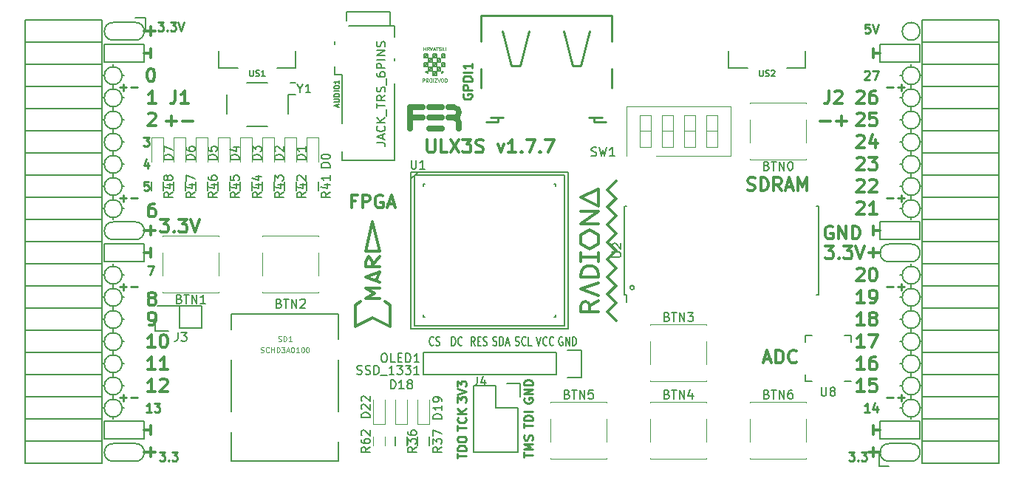
<source format=gto>
G04 #@! TF.FileFunction,Legend,Top*
%FSLAX46Y46*%
G04 Gerber Fmt 4.6, Leading zero omitted, Abs format (unit mm)*
G04 Created by KiCad (PCBNEW 4.0.7+dfsg1-1) date Thu Jan  4 19:54:08 2018*
%MOMM*%
%LPD*%
G01*
G04 APERTURE LIST*
%ADD10C,0.100000*%
%ADD11C,0.300000*%
%ADD12C,0.200000*%
%ADD13C,0.250000*%
%ADD14C,0.150000*%
%ADD15C,0.120000*%
%ADD16C,0.700000*%
%ADD17C,0.254000*%
%ADD18C,0.075000*%
%ADD19C,0.152400*%
%ADD20C,0.124460*%
G04 APERTURE END LIST*
D10*
D11*
X182492000Y-87582000D02*
X182492000Y-88598000D01*
X181984000Y-88090000D02*
X183254000Y-88090000D01*
X182492000Y-110442000D02*
X182492000Y-111458000D01*
X183254000Y-110950000D02*
X181984000Y-110950000D01*
X99688000Y-110442000D02*
X99688000Y-111458000D01*
X98926000Y-110950000D02*
X100196000Y-110950000D01*
X99688000Y-62182000D02*
X99688000Y-63198000D01*
X98926000Y-62690000D02*
X100196000Y-62690000D01*
X99688000Y-85042000D02*
X99688000Y-86058000D01*
X98926000Y-85550000D02*
X100196000Y-85550000D01*
D12*
X97910000Y-63706000D02*
G75*
G03X97910000Y-61674000I0J1016000D01*
G01*
X184270000Y-109934000D02*
G75*
G03X184270000Y-111966000I0J-1016000D01*
G01*
X95370000Y-111966000D02*
X97910000Y-111966000D01*
X95370000Y-109934000D02*
X97910000Y-109934000D01*
X97910000Y-111966000D02*
G75*
G03X97910000Y-109934000I0J1016000D01*
G01*
X95370000Y-109934000D02*
G75*
G03X95370000Y-111966000I0J-1016000D01*
G01*
X95370000Y-61674000D02*
X97910000Y-61674000D01*
X95370000Y-63706000D02*
X97910000Y-63706000D01*
X95370000Y-61674000D02*
G75*
G03X95370000Y-63706000I0J-1016000D01*
G01*
X95370000Y-84534000D02*
X97910000Y-84534000D01*
X95370000Y-86566000D02*
X97910000Y-86566000D01*
X95370000Y-84534000D02*
G75*
G03X95370000Y-86566000I0J-1016000D01*
G01*
X97910000Y-86566000D02*
G75*
G03X97910000Y-84534000I0J1016000D01*
G01*
X187826000Y-62690000D02*
G75*
G03X187826000Y-62690000I-1016000J0D01*
G01*
X184270000Y-89106000D02*
X186810000Y-89106000D01*
X184270000Y-87074000D02*
X186810000Y-87074000D01*
X184270000Y-87074000D02*
G75*
G03X184270000Y-89106000I0J-1016000D01*
G01*
X186810000Y-89106000D02*
G75*
G03X186810000Y-87074000I0J1016000D01*
G01*
X186810000Y-111966000D02*
X184270000Y-111966000D01*
X186810000Y-109934000D02*
X184270000Y-109934000D01*
X186810000Y-111966000D02*
G75*
G03X186810000Y-109934000I0J1016000D01*
G01*
X94354000Y-66246000D02*
X94354000Y-64214000D01*
X98926000Y-66246000D02*
X94354000Y-66246000D01*
X98926000Y-64214000D02*
X98926000Y-66246000D01*
X94354000Y-64214000D02*
X98926000Y-64214000D01*
X94354000Y-87074000D02*
X98926000Y-87074000D01*
X94354000Y-89106000D02*
X94354000Y-87074000D01*
X98926000Y-89106000D02*
X94354000Y-89106000D01*
X98926000Y-87074000D02*
X98926000Y-89106000D01*
X94354000Y-109426000D02*
X98926000Y-109426000D01*
X94354000Y-107394000D02*
X94354000Y-109426000D01*
X98926000Y-107394000D02*
X94354000Y-107394000D01*
X98926000Y-109426000D02*
X98926000Y-107394000D01*
X183254000Y-109426000D02*
X187826000Y-109426000D01*
X183254000Y-107394000D02*
X183254000Y-109426000D01*
X187826000Y-107394000D02*
X187826000Y-109426000D01*
X183254000Y-107394000D02*
X187826000Y-107394000D01*
X183254000Y-66246000D02*
X187826000Y-66246000D01*
X183254000Y-64214000D02*
X183254000Y-66246000D01*
X187826000Y-64214000D02*
X183254000Y-64214000D01*
X187826000Y-66246000D02*
X187826000Y-64214000D01*
X183254000Y-84534000D02*
X187826000Y-84534000D01*
X183254000Y-86566000D02*
X183254000Y-84534000D01*
X187826000Y-86566000D02*
X183254000Y-86566000D01*
X187826000Y-84534000D02*
X187826000Y-86566000D01*
D13*
X96148000Y-69111429D02*
X96909905Y-69111429D01*
X96528953Y-69492381D02*
X96528953Y-68730476D01*
X97386095Y-69111429D02*
X98148000Y-69111429D01*
X96148000Y-81811429D02*
X96909905Y-81811429D01*
X96528953Y-82192381D02*
X96528953Y-81430476D01*
X97386095Y-81811429D02*
X98148000Y-81811429D01*
X96148000Y-91971429D02*
X96909905Y-91971429D01*
X96528953Y-92352381D02*
X96528953Y-91590476D01*
X97386095Y-91971429D02*
X98148000Y-91971429D01*
X96148000Y-104671429D02*
X96909905Y-104671429D01*
X96528953Y-105052381D02*
X96528953Y-104290476D01*
X97386095Y-104671429D02*
X98148000Y-104671429D01*
X184032000Y-104671429D02*
X184793905Y-104671429D01*
X185270095Y-104671429D02*
X186032000Y-104671429D01*
X185651048Y-105052381D02*
X185651048Y-104290476D01*
X184032000Y-91971429D02*
X184793905Y-91971429D01*
X185270095Y-91971429D02*
X186032000Y-91971429D01*
X185651048Y-92352381D02*
X185651048Y-91590476D01*
X184032000Y-81811429D02*
X184793905Y-81811429D01*
X185270095Y-81811429D02*
X186032000Y-81811429D01*
X185651048Y-82192381D02*
X185651048Y-81430476D01*
X184032000Y-69111429D02*
X184793905Y-69111429D01*
X185270095Y-69111429D02*
X186032000Y-69111429D01*
X185651048Y-69492381D02*
X185651048Y-68730476D01*
D11*
X176420000Y-72957143D02*
X177562857Y-72957143D01*
X178277143Y-72957143D02*
X179420000Y-72957143D01*
X178848571Y-73528571D02*
X178848571Y-72385714D01*
D12*
X187826000Y-67770000D02*
G75*
G03X187826000Y-67770000I-1016000J0D01*
G01*
X187826000Y-70310000D02*
G75*
G03X187826000Y-70310000I-1016000J0D01*
G01*
X187826000Y-72850000D02*
G75*
G03X187826000Y-72850000I-1016000J0D01*
G01*
X187826000Y-75390000D02*
G75*
G03X187826000Y-75390000I-1016000J0D01*
G01*
X187826000Y-77930000D02*
G75*
G03X187826000Y-77930000I-1016000J0D01*
G01*
X187826000Y-80470000D02*
G75*
G03X187826000Y-80470000I-1016000J0D01*
G01*
X187826000Y-83010000D02*
G75*
G03X187826000Y-83010000I-1016000J0D01*
G01*
X187826000Y-90630000D02*
G75*
G03X187826000Y-90630000I-1016000J0D01*
G01*
X187826000Y-93170000D02*
G75*
G03X187826000Y-93170000I-1016000J0D01*
G01*
X187826000Y-95710000D02*
G75*
G03X187826000Y-95710000I-1016000J0D01*
G01*
X187826000Y-98250000D02*
G75*
G03X187826000Y-98250000I-1016000J0D01*
G01*
X187826000Y-100790000D02*
G75*
G03X187826000Y-100790000I-1016000J0D01*
G01*
X187826000Y-103330000D02*
G75*
G03X187826000Y-103330000I-1016000J0D01*
G01*
X187826000Y-105870000D02*
G75*
G03X187826000Y-105870000I-1016000J0D01*
G01*
X96386000Y-105870000D02*
G75*
G03X96386000Y-105870000I-1016000J0D01*
G01*
X96386000Y-103330000D02*
G75*
G03X96386000Y-103330000I-1016000J0D01*
G01*
X96386000Y-100790000D02*
G75*
G03X96386000Y-100790000I-1016000J0D01*
G01*
X96386000Y-98250000D02*
G75*
G03X96386000Y-98250000I-1016000J0D01*
G01*
X96386000Y-95710000D02*
G75*
G03X96386000Y-95710000I-1016000J0D01*
G01*
X96386000Y-93170000D02*
G75*
G03X96386000Y-93170000I-1016000J0D01*
G01*
X96386000Y-90630000D02*
G75*
G03X96386000Y-90630000I-1016000J0D01*
G01*
X96386000Y-83010000D02*
G75*
G03X96386000Y-83010000I-1016000J0D01*
G01*
X96386000Y-80470000D02*
G75*
G03X96386000Y-80470000I-1016000J0D01*
G01*
X96386000Y-77930000D02*
G75*
G03X96386000Y-77930000I-1016000J0D01*
G01*
X96386000Y-75390000D02*
G75*
G03X96386000Y-75390000I-1016000J0D01*
G01*
X96386000Y-72850000D02*
G75*
G03X96386000Y-72850000I-1016000J0D01*
G01*
X96386000Y-70310000D02*
G75*
G03X96386000Y-70310000I-1016000J0D01*
G01*
X96386000Y-67770000D02*
G75*
G03X96386000Y-67770000I-1016000J0D01*
G01*
D11*
X177793143Y-85054000D02*
X177650286Y-84982571D01*
X177436000Y-84982571D01*
X177221715Y-85054000D01*
X177078857Y-85196857D01*
X177007429Y-85339714D01*
X176936000Y-85625429D01*
X176936000Y-85839714D01*
X177007429Y-86125429D01*
X177078857Y-86268286D01*
X177221715Y-86411143D01*
X177436000Y-86482571D01*
X177578857Y-86482571D01*
X177793143Y-86411143D01*
X177864572Y-86339714D01*
X177864572Y-85839714D01*
X177578857Y-85839714D01*
X178507429Y-86482571D02*
X178507429Y-84982571D01*
X179364572Y-86482571D01*
X179364572Y-84982571D01*
X180078858Y-86482571D02*
X180078858Y-84982571D01*
X180436001Y-84982571D01*
X180650286Y-85054000D01*
X180793144Y-85196857D01*
X180864572Y-85339714D01*
X180936001Y-85625429D01*
X180936001Y-85839714D01*
X180864572Y-86125429D01*
X180793144Y-86268286D01*
X180650286Y-86411143D01*
X180436001Y-86482571D01*
X180078858Y-86482571D01*
X182492000Y-86058000D02*
X182492000Y-85042000D01*
X183254000Y-85550000D02*
X182492000Y-85550000D01*
X182492000Y-107902000D02*
X182492000Y-108918000D01*
X182492000Y-108410000D02*
X183254000Y-108410000D01*
D13*
X182047524Y-106322381D02*
X181476095Y-106322381D01*
X181761809Y-106322381D02*
X181761809Y-105322381D01*
X181666571Y-105465238D01*
X181571333Y-105560476D01*
X181476095Y-105608095D01*
X182904667Y-105655714D02*
X182904667Y-106322381D01*
X182666571Y-105274762D02*
X182428476Y-105989048D01*
X183047524Y-105989048D01*
X181476095Y-67317619D02*
X181523714Y-67270000D01*
X181618952Y-67222381D01*
X181857048Y-67222381D01*
X181952286Y-67270000D01*
X181999905Y-67317619D01*
X182047524Y-67412857D01*
X182047524Y-67508095D01*
X181999905Y-67650952D01*
X181428476Y-68222381D01*
X182047524Y-68222381D01*
X182380857Y-67222381D02*
X183047524Y-67222381D01*
X182618952Y-68222381D01*
D11*
X182492000Y-64722000D02*
X182492000Y-65738000D01*
X182492000Y-65230000D02*
X183254000Y-65230000D01*
X99688000Y-107902000D02*
X99688000Y-108918000D01*
X98926000Y-108410000D02*
X99688000Y-108410000D01*
D13*
X98846667Y-74842381D02*
X99465715Y-74842381D01*
X99132381Y-75223333D01*
X99275239Y-75223333D01*
X99370477Y-75270952D01*
X99418096Y-75318571D01*
X99465715Y-75413810D01*
X99465715Y-75651905D01*
X99418096Y-75747143D01*
X99370477Y-75794762D01*
X99275239Y-75842381D01*
X98989524Y-75842381D01*
X98894286Y-75794762D01*
X98846667Y-75747143D01*
X99370477Y-77715714D02*
X99370477Y-78382381D01*
X99132381Y-77334762D02*
X98894286Y-78049048D01*
X99513334Y-78049048D01*
X99418096Y-79922381D02*
X98941905Y-79922381D01*
X98894286Y-80398571D01*
X98941905Y-80350952D01*
X99037143Y-80303333D01*
X99275239Y-80303333D01*
X99370477Y-80350952D01*
X99418096Y-80398571D01*
X99465715Y-80493810D01*
X99465715Y-80731905D01*
X99418096Y-80827143D01*
X99370477Y-80874762D01*
X99275239Y-80922381D01*
X99037143Y-80922381D01*
X98941905Y-80874762D01*
X98894286Y-80827143D01*
X99751524Y-106322381D02*
X99180095Y-106322381D01*
X99465809Y-106322381D02*
X99465809Y-105322381D01*
X99370571Y-105465238D01*
X99275333Y-105560476D01*
X99180095Y-105608095D01*
X100084857Y-105322381D02*
X100703905Y-105322381D01*
X100370571Y-105703333D01*
X100513429Y-105703333D01*
X100608667Y-105750952D01*
X100656286Y-105798571D01*
X100703905Y-105893810D01*
X100703905Y-106131905D01*
X100656286Y-106227143D01*
X100608667Y-106274762D01*
X100513429Y-106322381D01*
X100227714Y-106322381D01*
X100132476Y-106274762D01*
X100084857Y-106227143D01*
X99354667Y-89574381D02*
X100021334Y-89574381D01*
X99592762Y-90574381D01*
D11*
X99688000Y-87582000D02*
X99688000Y-88598000D01*
X98926000Y-88090000D02*
X99688000Y-88090000D01*
X99688000Y-64722000D02*
X99688000Y-65738000D01*
X98926000Y-65230000D02*
X99688000Y-65230000D01*
D13*
X100497810Y-61634381D02*
X101116858Y-61634381D01*
X100783524Y-62015333D01*
X100926382Y-62015333D01*
X101021620Y-62062952D01*
X101069239Y-62110571D01*
X101116858Y-62205810D01*
X101116858Y-62443905D01*
X101069239Y-62539143D01*
X101021620Y-62586762D01*
X100926382Y-62634381D01*
X100640667Y-62634381D01*
X100545429Y-62586762D01*
X100497810Y-62539143D01*
X101545429Y-62539143D02*
X101593048Y-62586762D01*
X101545429Y-62634381D01*
X101497810Y-62586762D01*
X101545429Y-62539143D01*
X101545429Y-62634381D01*
X101926381Y-61634381D02*
X102545429Y-61634381D01*
X102212095Y-62015333D01*
X102354953Y-62015333D01*
X102450191Y-62062952D01*
X102497810Y-62110571D01*
X102545429Y-62205810D01*
X102545429Y-62443905D01*
X102497810Y-62539143D01*
X102450191Y-62586762D01*
X102354953Y-62634381D01*
X102069238Y-62634381D01*
X101974000Y-62586762D01*
X101926381Y-62539143D01*
X102831143Y-61634381D02*
X103164476Y-62634381D01*
X103497810Y-61634381D01*
X179666381Y-110910381D02*
X180285429Y-110910381D01*
X179952095Y-111291333D01*
X180094953Y-111291333D01*
X180190191Y-111338952D01*
X180237810Y-111386571D01*
X180285429Y-111481810D01*
X180285429Y-111719905D01*
X180237810Y-111815143D01*
X180190191Y-111862762D01*
X180094953Y-111910381D01*
X179809238Y-111910381D01*
X179714000Y-111862762D01*
X179666381Y-111815143D01*
X180714000Y-111815143D02*
X180761619Y-111862762D01*
X180714000Y-111910381D01*
X180666381Y-111862762D01*
X180714000Y-111815143D01*
X180714000Y-111910381D01*
X181094952Y-110910381D02*
X181714000Y-110910381D01*
X181380666Y-111291333D01*
X181523524Y-111291333D01*
X181618762Y-111338952D01*
X181666381Y-111386571D01*
X181714000Y-111481810D01*
X181714000Y-111719905D01*
X181666381Y-111815143D01*
X181618762Y-111862762D01*
X181523524Y-111910381D01*
X181237809Y-111910381D01*
X181142571Y-111862762D01*
X181094952Y-111815143D01*
D11*
X100775715Y-84220571D02*
X101704286Y-84220571D01*
X101204286Y-84792000D01*
X101418572Y-84792000D01*
X101561429Y-84863429D01*
X101632858Y-84934857D01*
X101704286Y-85077714D01*
X101704286Y-85434857D01*
X101632858Y-85577714D01*
X101561429Y-85649143D01*
X101418572Y-85720571D01*
X100990000Y-85720571D01*
X100847143Y-85649143D01*
X100775715Y-85577714D01*
X102347143Y-85577714D02*
X102418571Y-85649143D01*
X102347143Y-85720571D01*
X102275714Y-85649143D01*
X102347143Y-85577714D01*
X102347143Y-85720571D01*
X102918572Y-84220571D02*
X103847143Y-84220571D01*
X103347143Y-84792000D01*
X103561429Y-84792000D01*
X103704286Y-84863429D01*
X103775715Y-84934857D01*
X103847143Y-85077714D01*
X103847143Y-85434857D01*
X103775715Y-85577714D01*
X103704286Y-85649143D01*
X103561429Y-85720571D01*
X103132857Y-85720571D01*
X102990000Y-85649143D01*
X102918572Y-85577714D01*
X104275714Y-84220571D02*
X104775714Y-85720571D01*
X105275714Y-84220571D01*
D13*
X100672381Y-110910381D02*
X101291429Y-110910381D01*
X100958095Y-111291333D01*
X101100953Y-111291333D01*
X101196191Y-111338952D01*
X101243810Y-111386571D01*
X101291429Y-111481810D01*
X101291429Y-111719905D01*
X101243810Y-111815143D01*
X101196191Y-111862762D01*
X101100953Y-111910381D01*
X100815238Y-111910381D01*
X100720000Y-111862762D01*
X100672381Y-111815143D01*
X101720000Y-111815143D02*
X101767619Y-111862762D01*
X101720000Y-111910381D01*
X101672381Y-111862762D01*
X101720000Y-111815143D01*
X101720000Y-111910381D01*
X102100952Y-110910381D02*
X102720000Y-110910381D01*
X102386666Y-111291333D01*
X102529524Y-111291333D01*
X102624762Y-111338952D01*
X102672381Y-111386571D01*
X102720000Y-111481810D01*
X102720000Y-111719905D01*
X102672381Y-111815143D01*
X102624762Y-111862762D01*
X102529524Y-111910381D01*
X102243809Y-111910381D01*
X102148571Y-111862762D01*
X102100952Y-111815143D01*
X182047524Y-61888381D02*
X181571333Y-61888381D01*
X181523714Y-62364571D01*
X181571333Y-62316952D01*
X181666571Y-62269333D01*
X181904667Y-62269333D01*
X181999905Y-62316952D01*
X182047524Y-62364571D01*
X182095143Y-62459810D01*
X182095143Y-62697905D01*
X182047524Y-62793143D01*
X181999905Y-62840762D01*
X181904667Y-62888381D01*
X181666571Y-62888381D01*
X181571333Y-62840762D01*
X181523714Y-62793143D01*
X182380857Y-61888381D02*
X182714190Y-62888381D01*
X183047524Y-61888381D01*
D11*
X180587143Y-69631429D02*
X180658572Y-69560000D01*
X180801429Y-69488571D01*
X181158572Y-69488571D01*
X181301429Y-69560000D01*
X181372858Y-69631429D01*
X181444286Y-69774286D01*
X181444286Y-69917143D01*
X181372858Y-70131429D01*
X180515715Y-70988571D01*
X181444286Y-70988571D01*
X182730000Y-69488571D02*
X182444286Y-69488571D01*
X182301429Y-69560000D01*
X182230000Y-69631429D01*
X182087143Y-69845714D01*
X182015714Y-70131429D01*
X182015714Y-70702857D01*
X182087143Y-70845714D01*
X182158571Y-70917143D01*
X182301429Y-70988571D01*
X182587143Y-70988571D01*
X182730000Y-70917143D01*
X182801429Y-70845714D01*
X182872857Y-70702857D01*
X182872857Y-70345714D01*
X182801429Y-70202857D01*
X182730000Y-70131429D01*
X182587143Y-70060000D01*
X182301429Y-70060000D01*
X182158571Y-70131429D01*
X182087143Y-70202857D01*
X182015714Y-70345714D01*
X180587143Y-72171429D02*
X180658572Y-72100000D01*
X180801429Y-72028571D01*
X181158572Y-72028571D01*
X181301429Y-72100000D01*
X181372858Y-72171429D01*
X181444286Y-72314286D01*
X181444286Y-72457143D01*
X181372858Y-72671429D01*
X180515715Y-73528571D01*
X181444286Y-73528571D01*
X182801429Y-72028571D02*
X182087143Y-72028571D01*
X182015714Y-72742857D01*
X182087143Y-72671429D01*
X182230000Y-72600000D01*
X182587143Y-72600000D01*
X182730000Y-72671429D01*
X182801429Y-72742857D01*
X182872857Y-72885714D01*
X182872857Y-73242857D01*
X182801429Y-73385714D01*
X182730000Y-73457143D01*
X182587143Y-73528571D01*
X182230000Y-73528571D01*
X182087143Y-73457143D01*
X182015714Y-73385714D01*
X180587143Y-74711429D02*
X180658572Y-74640000D01*
X180801429Y-74568571D01*
X181158572Y-74568571D01*
X181301429Y-74640000D01*
X181372858Y-74711429D01*
X181444286Y-74854286D01*
X181444286Y-74997143D01*
X181372858Y-75211429D01*
X180515715Y-76068571D01*
X181444286Y-76068571D01*
X182730000Y-75068571D02*
X182730000Y-76068571D01*
X182372857Y-74497143D02*
X182015714Y-75568571D01*
X182944286Y-75568571D01*
X180587143Y-77251429D02*
X180658572Y-77180000D01*
X180801429Y-77108571D01*
X181158572Y-77108571D01*
X181301429Y-77180000D01*
X181372858Y-77251429D01*
X181444286Y-77394286D01*
X181444286Y-77537143D01*
X181372858Y-77751429D01*
X180515715Y-78608571D01*
X181444286Y-78608571D01*
X181944286Y-77108571D02*
X182872857Y-77108571D01*
X182372857Y-77680000D01*
X182587143Y-77680000D01*
X182730000Y-77751429D01*
X182801429Y-77822857D01*
X182872857Y-77965714D01*
X182872857Y-78322857D01*
X182801429Y-78465714D01*
X182730000Y-78537143D01*
X182587143Y-78608571D01*
X182158571Y-78608571D01*
X182015714Y-78537143D01*
X181944286Y-78465714D01*
X180587143Y-79791429D02*
X180658572Y-79720000D01*
X180801429Y-79648571D01*
X181158572Y-79648571D01*
X181301429Y-79720000D01*
X181372858Y-79791429D01*
X181444286Y-79934286D01*
X181444286Y-80077143D01*
X181372858Y-80291429D01*
X180515715Y-81148571D01*
X181444286Y-81148571D01*
X182015714Y-79791429D02*
X182087143Y-79720000D01*
X182230000Y-79648571D01*
X182587143Y-79648571D01*
X182730000Y-79720000D01*
X182801429Y-79791429D01*
X182872857Y-79934286D01*
X182872857Y-80077143D01*
X182801429Y-80291429D01*
X181944286Y-81148571D01*
X182872857Y-81148571D01*
X180587143Y-82331429D02*
X180658572Y-82260000D01*
X180801429Y-82188571D01*
X181158572Y-82188571D01*
X181301429Y-82260000D01*
X181372858Y-82331429D01*
X181444286Y-82474286D01*
X181444286Y-82617143D01*
X181372858Y-82831429D01*
X180515715Y-83688571D01*
X181444286Y-83688571D01*
X182872857Y-83688571D02*
X182015714Y-83688571D01*
X182444286Y-83688571D02*
X182444286Y-82188571D01*
X182301429Y-82402857D01*
X182158571Y-82545714D01*
X182015714Y-82617143D01*
X176975715Y-87268571D02*
X177904286Y-87268571D01*
X177404286Y-87840000D01*
X177618572Y-87840000D01*
X177761429Y-87911429D01*
X177832858Y-87982857D01*
X177904286Y-88125714D01*
X177904286Y-88482857D01*
X177832858Y-88625714D01*
X177761429Y-88697143D01*
X177618572Y-88768571D01*
X177190000Y-88768571D01*
X177047143Y-88697143D01*
X176975715Y-88625714D01*
X178547143Y-88625714D02*
X178618571Y-88697143D01*
X178547143Y-88768571D01*
X178475714Y-88697143D01*
X178547143Y-88625714D01*
X178547143Y-88768571D01*
X179118572Y-87268571D02*
X180047143Y-87268571D01*
X179547143Y-87840000D01*
X179761429Y-87840000D01*
X179904286Y-87911429D01*
X179975715Y-87982857D01*
X180047143Y-88125714D01*
X180047143Y-88482857D01*
X179975715Y-88625714D01*
X179904286Y-88697143D01*
X179761429Y-88768571D01*
X179332857Y-88768571D01*
X179190000Y-88697143D01*
X179118572Y-88625714D01*
X180475714Y-87268571D02*
X180975714Y-88768571D01*
X181475714Y-87268571D01*
X180587143Y-89951429D02*
X180658572Y-89880000D01*
X180801429Y-89808571D01*
X181158572Y-89808571D01*
X181301429Y-89880000D01*
X181372858Y-89951429D01*
X181444286Y-90094286D01*
X181444286Y-90237143D01*
X181372858Y-90451429D01*
X180515715Y-91308571D01*
X181444286Y-91308571D01*
X182372857Y-89808571D02*
X182515714Y-89808571D01*
X182658571Y-89880000D01*
X182730000Y-89951429D01*
X182801429Y-90094286D01*
X182872857Y-90380000D01*
X182872857Y-90737143D01*
X182801429Y-91022857D01*
X182730000Y-91165714D01*
X182658571Y-91237143D01*
X182515714Y-91308571D01*
X182372857Y-91308571D01*
X182230000Y-91237143D01*
X182158571Y-91165714D01*
X182087143Y-91022857D01*
X182015714Y-90737143D01*
X182015714Y-90380000D01*
X182087143Y-90094286D01*
X182158571Y-89951429D01*
X182230000Y-89880000D01*
X182372857Y-89808571D01*
X181444286Y-93848571D02*
X180587143Y-93848571D01*
X181015715Y-93848571D02*
X181015715Y-92348571D01*
X180872858Y-92562857D01*
X180730000Y-92705714D01*
X180587143Y-92777143D01*
X182158571Y-93848571D02*
X182444286Y-93848571D01*
X182587143Y-93777143D01*
X182658571Y-93705714D01*
X182801429Y-93491429D01*
X182872857Y-93205714D01*
X182872857Y-92634286D01*
X182801429Y-92491429D01*
X182730000Y-92420000D01*
X182587143Y-92348571D01*
X182301429Y-92348571D01*
X182158571Y-92420000D01*
X182087143Y-92491429D01*
X182015714Y-92634286D01*
X182015714Y-92991429D01*
X182087143Y-93134286D01*
X182158571Y-93205714D01*
X182301429Y-93277143D01*
X182587143Y-93277143D01*
X182730000Y-93205714D01*
X182801429Y-93134286D01*
X182872857Y-92991429D01*
X181444286Y-96388571D02*
X180587143Y-96388571D01*
X181015715Y-96388571D02*
X181015715Y-94888571D01*
X180872858Y-95102857D01*
X180730000Y-95245714D01*
X180587143Y-95317143D01*
X182301429Y-95531429D02*
X182158571Y-95460000D01*
X182087143Y-95388571D01*
X182015714Y-95245714D01*
X182015714Y-95174286D01*
X182087143Y-95031429D01*
X182158571Y-94960000D01*
X182301429Y-94888571D01*
X182587143Y-94888571D01*
X182730000Y-94960000D01*
X182801429Y-95031429D01*
X182872857Y-95174286D01*
X182872857Y-95245714D01*
X182801429Y-95388571D01*
X182730000Y-95460000D01*
X182587143Y-95531429D01*
X182301429Y-95531429D01*
X182158571Y-95602857D01*
X182087143Y-95674286D01*
X182015714Y-95817143D01*
X182015714Y-96102857D01*
X182087143Y-96245714D01*
X182158571Y-96317143D01*
X182301429Y-96388571D01*
X182587143Y-96388571D01*
X182730000Y-96317143D01*
X182801429Y-96245714D01*
X182872857Y-96102857D01*
X182872857Y-95817143D01*
X182801429Y-95674286D01*
X182730000Y-95602857D01*
X182587143Y-95531429D01*
X181444286Y-98928571D02*
X180587143Y-98928571D01*
X181015715Y-98928571D02*
X181015715Y-97428571D01*
X180872858Y-97642857D01*
X180730000Y-97785714D01*
X180587143Y-97857143D01*
X181944286Y-97428571D02*
X182944286Y-97428571D01*
X182301429Y-98928571D01*
X181444286Y-101468571D02*
X180587143Y-101468571D01*
X181015715Y-101468571D02*
X181015715Y-99968571D01*
X180872858Y-100182857D01*
X180730000Y-100325714D01*
X180587143Y-100397143D01*
X182730000Y-99968571D02*
X182444286Y-99968571D01*
X182301429Y-100040000D01*
X182230000Y-100111429D01*
X182087143Y-100325714D01*
X182015714Y-100611429D01*
X182015714Y-101182857D01*
X182087143Y-101325714D01*
X182158571Y-101397143D01*
X182301429Y-101468571D01*
X182587143Y-101468571D01*
X182730000Y-101397143D01*
X182801429Y-101325714D01*
X182872857Y-101182857D01*
X182872857Y-100825714D01*
X182801429Y-100682857D01*
X182730000Y-100611429D01*
X182587143Y-100540000D01*
X182301429Y-100540000D01*
X182158571Y-100611429D01*
X182087143Y-100682857D01*
X182015714Y-100825714D01*
X181444286Y-104008571D02*
X180587143Y-104008571D01*
X181015715Y-104008571D02*
X181015715Y-102508571D01*
X180872858Y-102722857D01*
X180730000Y-102865714D01*
X180587143Y-102937143D01*
X182801429Y-102508571D02*
X182087143Y-102508571D01*
X182015714Y-103222857D01*
X182087143Y-103151429D01*
X182230000Y-103080000D01*
X182587143Y-103080000D01*
X182730000Y-103151429D01*
X182801429Y-103222857D01*
X182872857Y-103365714D01*
X182872857Y-103722857D01*
X182801429Y-103865714D01*
X182730000Y-103937143D01*
X182587143Y-104008571D01*
X182230000Y-104008571D01*
X182087143Y-103937143D01*
X182015714Y-103865714D01*
D12*
X186810000Y-66500000D02*
X186810000Y-66754000D01*
X187826000Y-67770000D02*
X188080000Y-67770000D01*
X185540000Y-67770000D02*
X185794000Y-67770000D01*
X186810000Y-69294000D02*
X186810000Y-68786000D01*
X187826000Y-70310000D02*
X188080000Y-70310000D01*
X185540000Y-70310000D02*
X185794000Y-70310000D01*
X186810000Y-71326000D02*
X186810000Y-71834000D01*
X187826000Y-72850000D02*
X188080000Y-72850000D01*
X185540000Y-72850000D02*
X185794000Y-72850000D01*
X186810000Y-73866000D02*
X186810000Y-74374000D01*
X187826000Y-75390000D02*
X188080000Y-75390000D01*
X185540000Y-75390000D02*
X185794000Y-75390000D01*
X186810000Y-76406000D02*
X186810000Y-76914000D01*
X187826000Y-77930000D02*
X188080000Y-77930000D01*
X185540000Y-77930000D02*
X185794000Y-77930000D01*
X186810000Y-79454000D02*
X186810000Y-78946000D01*
X187826000Y-80470000D02*
X188080000Y-80470000D01*
X185540000Y-80470000D02*
X185794000Y-80470000D01*
X186810000Y-81994000D02*
X186810000Y-81486000D01*
X187826000Y-83010000D02*
X188080000Y-83010000D01*
X185540000Y-83010000D02*
X185794000Y-83010000D01*
X186810000Y-84026000D02*
X186810000Y-84280000D01*
X186810000Y-89360000D02*
X186810000Y-89614000D01*
X187826000Y-90630000D02*
X188080000Y-90630000D01*
X185540000Y-90630000D02*
X185794000Y-90630000D01*
X186810000Y-91646000D02*
X186810000Y-92154000D01*
X187826000Y-93170000D02*
X188080000Y-93170000D01*
X185540000Y-93170000D02*
X185794000Y-93170000D01*
X186810000Y-94186000D02*
X186810000Y-94694000D01*
X187826000Y-95710000D02*
X188080000Y-95710000D01*
X185540000Y-95710000D02*
X185794000Y-95710000D01*
X186810000Y-97234000D02*
X186810000Y-96726000D01*
X187826000Y-98250000D02*
X188080000Y-98250000D01*
X185540000Y-98250000D02*
X185794000Y-98250000D01*
X187826000Y-100790000D02*
X188080000Y-100790000D01*
X185540000Y-100790000D02*
X185794000Y-100790000D01*
X186810000Y-99266000D02*
X186810000Y-99774000D01*
X186810000Y-102314000D02*
X186810000Y-101806000D01*
X187826000Y-103330000D02*
X188080000Y-103330000D01*
X185540000Y-103330000D02*
X185794000Y-103330000D01*
X186810000Y-104346000D02*
X186810000Y-104854000D01*
X185540000Y-105870000D02*
X185794000Y-105870000D01*
X187826000Y-105870000D02*
X188080000Y-105870000D01*
X186810000Y-106886000D02*
X186810000Y-107140000D01*
X95370000Y-66754000D02*
X95370000Y-66500000D01*
X96386000Y-67770000D02*
X96640000Y-67770000D01*
X94100000Y-67770000D02*
X94354000Y-67770000D01*
X95370000Y-68786000D02*
X95370000Y-69294000D01*
X96386000Y-70310000D02*
X96640000Y-70310000D01*
X94100000Y-70310000D02*
X94354000Y-70310000D01*
X95370000Y-71326000D02*
X95370000Y-71834000D01*
X96386000Y-72850000D02*
X96640000Y-72850000D01*
X94100000Y-72850000D02*
X94354000Y-72850000D01*
X95370000Y-73866000D02*
X95370000Y-74374000D01*
X96386000Y-75390000D02*
X96640000Y-75390000D01*
X95370000Y-76406000D02*
X95370000Y-76914000D01*
X96386000Y-77930000D02*
X96640000Y-77930000D01*
X94100000Y-77930000D02*
X94354000Y-77930000D01*
X95370000Y-79454000D02*
X95370000Y-78946000D01*
X96386000Y-80470000D02*
X96640000Y-80470000D01*
X94100000Y-80470000D02*
X94354000Y-80470000D01*
X95370000Y-81486000D02*
X95370000Y-81994000D01*
X96386000Y-83010000D02*
X96640000Y-83010000D01*
X95370000Y-84026000D02*
X95370000Y-84280000D01*
X94100000Y-83010000D02*
X94354000Y-83010000D01*
X95370000Y-106886000D02*
X95370000Y-107140000D01*
X95370000Y-89360000D02*
X95370000Y-89614000D01*
X96386000Y-93170000D02*
X96640000Y-93170000D01*
X94100000Y-93170000D02*
X94354000Y-93170000D01*
X95370000Y-94186000D02*
X95370000Y-94694000D01*
X94100000Y-90630000D02*
X94354000Y-90630000D01*
X96386000Y-90630000D02*
X96640000Y-90630000D01*
X95370000Y-92154000D02*
X95370000Y-91646000D01*
X96386000Y-95710000D02*
X96640000Y-95710000D01*
X94100000Y-95710000D02*
X94354000Y-95710000D01*
X96386000Y-98250000D02*
X96640000Y-98250000D01*
X94354000Y-98250000D02*
X94100000Y-98250000D01*
X95370000Y-96726000D02*
X95370000Y-97234000D01*
X95370000Y-99266000D02*
X95370000Y-99774000D01*
X94100000Y-100790000D02*
X94354000Y-100790000D01*
X96386000Y-100790000D02*
X96640000Y-100790000D01*
X94100000Y-103330000D02*
X94354000Y-103330000D01*
X96386000Y-103330000D02*
X96640000Y-103330000D01*
X95370000Y-101806000D02*
X95370000Y-102314000D01*
X95370000Y-104346000D02*
X95370000Y-104854000D01*
X96386000Y-105870000D02*
X96640000Y-105870000D01*
X94100000Y-105870000D02*
X94354000Y-105870000D01*
D11*
X101490000Y-72957143D02*
X102632857Y-72957143D01*
X102061428Y-73528571D02*
X102061428Y-72385714D01*
X103347143Y-72957143D02*
X104490000Y-72957143D01*
X100164286Y-104008571D02*
X99307143Y-104008571D01*
X99735715Y-104008571D02*
X99735715Y-102508571D01*
X99592858Y-102722857D01*
X99450000Y-102865714D01*
X99307143Y-102937143D01*
X100735714Y-102651429D02*
X100807143Y-102580000D01*
X100950000Y-102508571D01*
X101307143Y-102508571D01*
X101450000Y-102580000D01*
X101521429Y-102651429D01*
X101592857Y-102794286D01*
X101592857Y-102937143D01*
X101521429Y-103151429D01*
X100664286Y-104008571D01*
X101592857Y-104008571D01*
X100164286Y-101468571D02*
X99307143Y-101468571D01*
X99735715Y-101468571D02*
X99735715Y-99968571D01*
X99592858Y-100182857D01*
X99450000Y-100325714D01*
X99307143Y-100397143D01*
X101592857Y-101468571D02*
X100735714Y-101468571D01*
X101164286Y-101468571D02*
X101164286Y-99968571D01*
X101021429Y-100182857D01*
X100878571Y-100325714D01*
X100735714Y-100397143D01*
X100164286Y-98928571D02*
X99307143Y-98928571D01*
X99735715Y-98928571D02*
X99735715Y-97428571D01*
X99592858Y-97642857D01*
X99450000Y-97785714D01*
X99307143Y-97857143D01*
X101092857Y-97428571D02*
X101235714Y-97428571D01*
X101378571Y-97500000D01*
X101450000Y-97571429D01*
X101521429Y-97714286D01*
X101592857Y-98000000D01*
X101592857Y-98357143D01*
X101521429Y-98642857D01*
X101450000Y-98785714D01*
X101378571Y-98857143D01*
X101235714Y-98928571D01*
X101092857Y-98928571D01*
X100950000Y-98857143D01*
X100878571Y-98785714D01*
X100807143Y-98642857D01*
X100735714Y-98357143D01*
X100735714Y-98000000D01*
X100807143Y-97714286D01*
X100878571Y-97571429D01*
X100950000Y-97500000D01*
X101092857Y-97428571D01*
X99529286Y-96388571D02*
X99815001Y-96388571D01*
X99957858Y-96317143D01*
X100029286Y-96245714D01*
X100172144Y-96031429D01*
X100243572Y-95745714D01*
X100243572Y-95174286D01*
X100172144Y-95031429D01*
X100100715Y-94960000D01*
X99957858Y-94888571D01*
X99672144Y-94888571D01*
X99529286Y-94960000D01*
X99457858Y-95031429D01*
X99386429Y-95174286D01*
X99386429Y-95531429D01*
X99457858Y-95674286D01*
X99529286Y-95745714D01*
X99672144Y-95817143D01*
X99957858Y-95817143D01*
X100100715Y-95745714D01*
X100172144Y-95674286D01*
X100243572Y-95531429D01*
X99672144Y-93245429D02*
X99529286Y-93174000D01*
X99457858Y-93102571D01*
X99386429Y-92959714D01*
X99386429Y-92888286D01*
X99457858Y-92745429D01*
X99529286Y-92674000D01*
X99672144Y-92602571D01*
X99957858Y-92602571D01*
X100100715Y-92674000D01*
X100172144Y-92745429D01*
X100243572Y-92888286D01*
X100243572Y-92959714D01*
X100172144Y-93102571D01*
X100100715Y-93174000D01*
X99957858Y-93245429D01*
X99672144Y-93245429D01*
X99529286Y-93316857D01*
X99457858Y-93388286D01*
X99386429Y-93531143D01*
X99386429Y-93816857D01*
X99457858Y-93959714D01*
X99529286Y-94031143D01*
X99672144Y-94102571D01*
X99957858Y-94102571D01*
X100100715Y-94031143D01*
X100172144Y-93959714D01*
X100243572Y-93816857D01*
X100243572Y-93531143D01*
X100172144Y-93388286D01*
X100100715Y-93316857D01*
X99957858Y-93245429D01*
X100100715Y-82442571D02*
X99815001Y-82442571D01*
X99672144Y-82514000D01*
X99600715Y-82585429D01*
X99457858Y-82799714D01*
X99386429Y-83085429D01*
X99386429Y-83656857D01*
X99457858Y-83799714D01*
X99529286Y-83871143D01*
X99672144Y-83942571D01*
X99957858Y-83942571D01*
X100100715Y-83871143D01*
X100172144Y-83799714D01*
X100243572Y-83656857D01*
X100243572Y-83299714D01*
X100172144Y-83156857D01*
X100100715Y-83085429D01*
X99957858Y-83014000D01*
X99672144Y-83014000D01*
X99529286Y-83085429D01*
X99457858Y-83156857D01*
X99386429Y-83299714D01*
X99386429Y-72171429D02*
X99457858Y-72100000D01*
X99600715Y-72028571D01*
X99957858Y-72028571D01*
X100100715Y-72100000D01*
X100172144Y-72171429D01*
X100243572Y-72314286D01*
X100243572Y-72457143D01*
X100172144Y-72671429D01*
X99315001Y-73528571D01*
X100243572Y-73528571D01*
X100243572Y-70988571D02*
X99386429Y-70988571D01*
X99815001Y-70988571D02*
X99815001Y-69488571D01*
X99672144Y-69702857D01*
X99529286Y-69845714D01*
X99386429Y-69917143D01*
X99616572Y-66948571D02*
X99759429Y-66948571D01*
X99902286Y-67020000D01*
X99973715Y-67091429D01*
X100045144Y-67234286D01*
X100116572Y-67520000D01*
X100116572Y-67877143D01*
X100045144Y-68162857D01*
X99973715Y-68305714D01*
X99902286Y-68377143D01*
X99759429Y-68448571D01*
X99616572Y-68448571D01*
X99473715Y-68377143D01*
X99402286Y-68305714D01*
X99330858Y-68162857D01*
X99259429Y-67877143D01*
X99259429Y-67520000D01*
X99330858Y-67234286D01*
X99402286Y-67091429D01*
X99473715Y-67020000D01*
X99616572Y-66948571D01*
X131371430Y-75076571D02*
X131371430Y-76290857D01*
X131442858Y-76433714D01*
X131514287Y-76505143D01*
X131657144Y-76576571D01*
X131942858Y-76576571D01*
X132085716Y-76505143D01*
X132157144Y-76433714D01*
X132228573Y-76290857D01*
X132228573Y-75076571D01*
X133657145Y-76576571D02*
X132942859Y-76576571D01*
X132942859Y-75076571D01*
X134014288Y-75076571D02*
X135014288Y-76576571D01*
X135014288Y-75076571D02*
X134014288Y-76576571D01*
X135442859Y-75076571D02*
X136371430Y-75076571D01*
X135871430Y-75648000D01*
X136085716Y-75648000D01*
X136228573Y-75719429D01*
X136300002Y-75790857D01*
X136371430Y-75933714D01*
X136371430Y-76290857D01*
X136300002Y-76433714D01*
X136228573Y-76505143D01*
X136085716Y-76576571D01*
X135657144Y-76576571D01*
X135514287Y-76505143D01*
X135442859Y-76433714D01*
X136942858Y-76505143D02*
X137157144Y-76576571D01*
X137514287Y-76576571D01*
X137657144Y-76505143D01*
X137728573Y-76433714D01*
X137800001Y-76290857D01*
X137800001Y-76148000D01*
X137728573Y-76005143D01*
X137657144Y-75933714D01*
X137514287Y-75862286D01*
X137228573Y-75790857D01*
X137085715Y-75719429D01*
X137014287Y-75648000D01*
X136942858Y-75505143D01*
X136942858Y-75362286D01*
X137014287Y-75219429D01*
X137085715Y-75148000D01*
X137228573Y-75076571D01*
X137585715Y-75076571D01*
X137800001Y-75148000D01*
X139442858Y-75576571D02*
X139800001Y-76576571D01*
X140157143Y-75576571D01*
X141514286Y-76576571D02*
X140657143Y-76576571D01*
X141085715Y-76576571D02*
X141085715Y-75076571D01*
X140942858Y-75290857D01*
X140800000Y-75433714D01*
X140657143Y-75505143D01*
X142157143Y-76433714D02*
X142228571Y-76505143D01*
X142157143Y-76576571D01*
X142085714Y-76505143D01*
X142157143Y-76433714D01*
X142157143Y-76576571D01*
X142728572Y-75076571D02*
X143728572Y-75076571D01*
X143085715Y-76576571D01*
X144300000Y-76433714D02*
X144371428Y-76505143D01*
X144300000Y-76576571D01*
X144228571Y-76505143D01*
X144300000Y-76433714D01*
X144300000Y-76576571D01*
X144871429Y-75076571D02*
X145871429Y-75076571D01*
X145228572Y-76576571D01*
X123159429Y-82140857D02*
X122659429Y-82140857D01*
X122659429Y-82926571D02*
X122659429Y-81426571D01*
X123373715Y-81426571D01*
X123945143Y-82926571D02*
X123945143Y-81426571D01*
X124516571Y-81426571D01*
X124659429Y-81498000D01*
X124730857Y-81569429D01*
X124802286Y-81712286D01*
X124802286Y-81926571D01*
X124730857Y-82069429D01*
X124659429Y-82140857D01*
X124516571Y-82212286D01*
X123945143Y-82212286D01*
X126230857Y-81498000D02*
X126088000Y-81426571D01*
X125873714Y-81426571D01*
X125659429Y-81498000D01*
X125516571Y-81640857D01*
X125445143Y-81783714D01*
X125373714Y-82069429D01*
X125373714Y-82283714D01*
X125445143Y-82569429D01*
X125516571Y-82712286D01*
X125659429Y-82855143D01*
X125873714Y-82926571D01*
X126016571Y-82926571D01*
X126230857Y-82855143D01*
X126302286Y-82783714D01*
X126302286Y-82283714D01*
X126016571Y-82283714D01*
X126873714Y-82498000D02*
X127588000Y-82498000D01*
X126730857Y-82926571D02*
X127230857Y-81426571D01*
X127730857Y-82926571D01*
X168077929Y-80886643D02*
X168292215Y-80958071D01*
X168649358Y-80958071D01*
X168792215Y-80886643D01*
X168863644Y-80815214D01*
X168935072Y-80672357D01*
X168935072Y-80529500D01*
X168863644Y-80386643D01*
X168792215Y-80315214D01*
X168649358Y-80243786D01*
X168363644Y-80172357D01*
X168220786Y-80100929D01*
X168149358Y-80029500D01*
X168077929Y-79886643D01*
X168077929Y-79743786D01*
X168149358Y-79600929D01*
X168220786Y-79529500D01*
X168363644Y-79458071D01*
X168720786Y-79458071D01*
X168935072Y-79529500D01*
X169577929Y-80958071D02*
X169577929Y-79458071D01*
X169935072Y-79458071D01*
X170149357Y-79529500D01*
X170292215Y-79672357D01*
X170363643Y-79815214D01*
X170435072Y-80100929D01*
X170435072Y-80315214D01*
X170363643Y-80600929D01*
X170292215Y-80743786D01*
X170149357Y-80886643D01*
X169935072Y-80958071D01*
X169577929Y-80958071D01*
X171935072Y-80958071D02*
X171435072Y-80243786D01*
X171077929Y-80958071D02*
X171077929Y-79458071D01*
X171649357Y-79458071D01*
X171792215Y-79529500D01*
X171863643Y-79600929D01*
X171935072Y-79743786D01*
X171935072Y-79958071D01*
X171863643Y-80100929D01*
X171792215Y-80172357D01*
X171649357Y-80243786D01*
X171077929Y-80243786D01*
X172506500Y-80529500D02*
X173220786Y-80529500D01*
X172363643Y-80958071D02*
X172863643Y-79458071D01*
X173363643Y-80958071D01*
X173863643Y-80958071D02*
X173863643Y-79458071D01*
X174363643Y-80529500D01*
X174863643Y-79458071D01*
X174863643Y-80958071D01*
X169966857Y-100278000D02*
X170681143Y-100278000D01*
X169824000Y-100706571D02*
X170324000Y-99206571D01*
X170824000Y-100706571D01*
X171324000Y-100706571D02*
X171324000Y-99206571D01*
X171681143Y-99206571D01*
X171895428Y-99278000D01*
X172038286Y-99420857D01*
X172109714Y-99563714D01*
X172181143Y-99849429D01*
X172181143Y-100063714D01*
X172109714Y-100349429D01*
X172038286Y-100492286D01*
X171895428Y-100635143D01*
X171681143Y-100706571D01*
X171324000Y-100706571D01*
X173681143Y-100563714D02*
X173609714Y-100635143D01*
X173395428Y-100706571D01*
X173252571Y-100706571D01*
X173038286Y-100635143D01*
X172895428Y-100492286D01*
X172824000Y-100349429D01*
X172752571Y-100063714D01*
X172752571Y-99849429D01*
X172824000Y-99563714D01*
X172895428Y-99420857D01*
X173038286Y-99278000D01*
X173252571Y-99206571D01*
X173395428Y-99206571D01*
X173609714Y-99278000D01*
X173681143Y-99349429D01*
D13*
X142447381Y-111521333D02*
X142447381Y-110949904D01*
X143447381Y-111235619D02*
X142447381Y-111235619D01*
X143447381Y-110616571D02*
X142447381Y-110616571D01*
X143161667Y-110283237D01*
X142447381Y-109949904D01*
X143447381Y-109949904D01*
X143399762Y-109521333D02*
X143447381Y-109378476D01*
X143447381Y-109140380D01*
X143399762Y-109045142D01*
X143352143Y-108997523D01*
X143256905Y-108949904D01*
X143161667Y-108949904D01*
X143066429Y-108997523D01*
X143018810Y-109045142D01*
X142971190Y-109140380D01*
X142923571Y-109330857D01*
X142875952Y-109426095D01*
X142828333Y-109473714D01*
X142733095Y-109521333D01*
X142637857Y-109521333D01*
X142542619Y-109473714D01*
X142495000Y-109426095D01*
X142447381Y-109330857D01*
X142447381Y-109092761D01*
X142495000Y-108949904D01*
X142447381Y-108163809D02*
X142447381Y-107592380D01*
X143447381Y-107878095D02*
X142447381Y-107878095D01*
X143447381Y-107259047D02*
X142447381Y-107259047D01*
X142447381Y-107020952D01*
X142495000Y-106878094D01*
X142590238Y-106782856D01*
X142685476Y-106735237D01*
X142875952Y-106687618D01*
X143018810Y-106687618D01*
X143209286Y-106735237D01*
X143304524Y-106782856D01*
X143399762Y-106878094D01*
X143447381Y-107020952D01*
X143447381Y-107259047D01*
X143447381Y-106259047D02*
X142447381Y-106259047D01*
X142495000Y-104726904D02*
X142447381Y-104822142D01*
X142447381Y-104964999D01*
X142495000Y-105107857D01*
X142590238Y-105203095D01*
X142685476Y-105250714D01*
X142875952Y-105298333D01*
X143018810Y-105298333D01*
X143209286Y-105250714D01*
X143304524Y-105203095D01*
X143399762Y-105107857D01*
X143447381Y-104964999D01*
X143447381Y-104869761D01*
X143399762Y-104726904D01*
X143352143Y-104679285D01*
X143018810Y-104679285D01*
X143018810Y-104869761D01*
X143447381Y-104250714D02*
X142447381Y-104250714D01*
X143447381Y-103679285D01*
X142447381Y-103679285D01*
X143447381Y-103203095D02*
X142447381Y-103203095D01*
X142447381Y-102965000D01*
X142495000Y-102822142D01*
X142590238Y-102726904D01*
X142685476Y-102679285D01*
X142875952Y-102631666D01*
X143018810Y-102631666D01*
X143209286Y-102679285D01*
X143304524Y-102726904D01*
X143399762Y-102822142D01*
X143447381Y-102965000D01*
X143447381Y-103203095D01*
X134827381Y-111624524D02*
X134827381Y-111053095D01*
X135827381Y-111338810D02*
X134827381Y-111338810D01*
X135827381Y-110719762D02*
X134827381Y-110719762D01*
X134827381Y-110481667D01*
X134875000Y-110338809D01*
X134970238Y-110243571D01*
X135065476Y-110195952D01*
X135255952Y-110148333D01*
X135398810Y-110148333D01*
X135589286Y-110195952D01*
X135684524Y-110243571D01*
X135779762Y-110338809D01*
X135827381Y-110481667D01*
X135827381Y-110719762D01*
X134827381Y-109529286D02*
X134827381Y-109338809D01*
X134875000Y-109243571D01*
X134970238Y-109148333D01*
X135160714Y-109100714D01*
X135494048Y-109100714D01*
X135684524Y-109148333D01*
X135779762Y-109243571D01*
X135827381Y-109338809D01*
X135827381Y-109529286D01*
X135779762Y-109624524D01*
X135684524Y-109719762D01*
X135494048Y-109767381D01*
X135160714Y-109767381D01*
X134970238Y-109719762D01*
X134875000Y-109624524D01*
X134827381Y-109529286D01*
X134827381Y-108425714D02*
X134827381Y-107854285D01*
X135827381Y-108140000D02*
X134827381Y-108140000D01*
X135732143Y-106949523D02*
X135779762Y-106997142D01*
X135827381Y-107139999D01*
X135827381Y-107235237D01*
X135779762Y-107378095D01*
X135684524Y-107473333D01*
X135589286Y-107520952D01*
X135398810Y-107568571D01*
X135255952Y-107568571D01*
X135065476Y-107520952D01*
X134970238Y-107473333D01*
X134875000Y-107378095D01*
X134827381Y-107235237D01*
X134827381Y-107139999D01*
X134875000Y-106997142D01*
X134922619Y-106949523D01*
X135827381Y-106520952D02*
X134827381Y-106520952D01*
X135827381Y-105949523D02*
X135255952Y-106378095D01*
X134827381Y-105949523D02*
X135398810Y-106520952D01*
X134827381Y-105203095D02*
X134827381Y-104584047D01*
X135208333Y-104917381D01*
X135208333Y-104774523D01*
X135255952Y-104679285D01*
X135303571Y-104631666D01*
X135398810Y-104584047D01*
X135636905Y-104584047D01*
X135732143Y-104631666D01*
X135779762Y-104679285D01*
X135827381Y-104774523D01*
X135827381Y-105060238D01*
X135779762Y-105155476D01*
X135732143Y-105203095D01*
X134827381Y-104298333D02*
X135827381Y-103965000D01*
X134827381Y-103631666D01*
X134827381Y-103393571D02*
X134827381Y-102774523D01*
X135208333Y-103107857D01*
X135208333Y-102964999D01*
X135255952Y-102869761D01*
X135303571Y-102822142D01*
X135398810Y-102774523D01*
X135636905Y-102774523D01*
X135732143Y-102822142D01*
X135779762Y-102869761D01*
X135827381Y-102964999D01*
X135827381Y-103250714D01*
X135779762Y-103345952D01*
X135732143Y-103393571D01*
D14*
X85270000Y-112220000D02*
X94100000Y-112220000D01*
X85270000Y-109680000D02*
X85270000Y-112220000D01*
X94100000Y-109680000D02*
X94100000Y-112220000D01*
X94100000Y-112220000D02*
X85270000Y-112220000D01*
X94100000Y-109680000D02*
X85270000Y-109680000D01*
X94100000Y-107140000D02*
X94100000Y-109680000D01*
X85270000Y-107140000D02*
X85270000Y-109680000D01*
X85270000Y-109680000D02*
X94100000Y-109680000D01*
X85270000Y-91900000D02*
X94100000Y-91900000D01*
X85270000Y-89360000D02*
X85270000Y-91900000D01*
X94100000Y-89360000D02*
X94100000Y-91900000D01*
X94100000Y-91900000D02*
X85270000Y-91900000D01*
X94100000Y-94440000D02*
X85270000Y-94440000D01*
X94100000Y-91900000D02*
X94100000Y-94440000D01*
X85270000Y-91900000D02*
X85270000Y-94440000D01*
X85270000Y-94440000D02*
X94100000Y-94440000D01*
X85270000Y-107140000D02*
X94100000Y-107140000D01*
X85270000Y-104600000D02*
X85270000Y-107140000D01*
X94100000Y-104600000D02*
X94100000Y-107140000D01*
X94100000Y-107140000D02*
X85270000Y-107140000D01*
X94100000Y-104600000D02*
X85270000Y-104600000D01*
X94100000Y-102060000D02*
X94100000Y-104600000D01*
X85270000Y-102060000D02*
X85270000Y-104600000D01*
X85270000Y-104600000D02*
X94100000Y-104600000D01*
X85270000Y-102060000D02*
X94100000Y-102060000D01*
X85270000Y-99520000D02*
X85270000Y-102060000D01*
X94100000Y-99520000D02*
X94100000Y-102060000D01*
X94100000Y-102060000D02*
X85270000Y-102060000D01*
X94100000Y-99520000D02*
X85270000Y-99520000D01*
X94100000Y-96980000D02*
X94100000Y-99520000D01*
X85270000Y-96980000D02*
X85270000Y-99520000D01*
X85270000Y-99520000D02*
X94100000Y-99520000D01*
X85270000Y-96980000D02*
X94100000Y-96980000D01*
X85270000Y-94440000D02*
X85270000Y-96980000D01*
X94100000Y-94440000D02*
X94100000Y-96980000D01*
X94100000Y-96980000D02*
X85270000Y-96980000D01*
X94100000Y-79200000D02*
X85270000Y-79200000D01*
X94100000Y-76660000D02*
X94100000Y-79200000D01*
X85270000Y-76660000D02*
X85270000Y-79200000D01*
X85270000Y-79200000D02*
X94100000Y-79200000D01*
X85270000Y-81740000D02*
X94100000Y-81740000D01*
X85270000Y-79200000D02*
X85270000Y-81740000D01*
X94100000Y-79200000D02*
X94100000Y-81740000D01*
X94100000Y-81740000D02*
X85270000Y-81740000D01*
X94100000Y-84280000D02*
X85270000Y-84280000D01*
X94100000Y-81740000D02*
X94100000Y-84280000D01*
X85270000Y-81740000D02*
X85270000Y-84280000D01*
X85270000Y-84280000D02*
X94100000Y-84280000D01*
X85270000Y-86820000D02*
X94100000Y-86820000D01*
X85270000Y-84280000D02*
X85270000Y-86820000D01*
X94100000Y-84280000D02*
X94100000Y-86820000D01*
X94100000Y-86820000D02*
X85270000Y-86820000D01*
X94100000Y-89360000D02*
X85270000Y-89360000D01*
X94100000Y-86820000D02*
X94100000Y-89360000D01*
X85270000Y-86820000D02*
X85270000Y-89360000D01*
X85270000Y-89360000D02*
X94100000Y-89360000D01*
X85270000Y-76660000D02*
X94100000Y-76660000D01*
X85270000Y-74120000D02*
X85270000Y-76660000D01*
X94100000Y-74120000D02*
X94100000Y-76660000D01*
X94100000Y-76660000D02*
X85270000Y-76660000D01*
X94100000Y-74120000D02*
X85270000Y-74120000D01*
X94100000Y-71580000D02*
X94100000Y-74120000D01*
X85270000Y-71580000D02*
X85270000Y-74120000D01*
X85270000Y-74120000D02*
X94100000Y-74120000D01*
X85270000Y-71580000D02*
X94100000Y-71580000D01*
X85270000Y-69040000D02*
X85270000Y-71580000D01*
X94100000Y-69040000D02*
X94100000Y-71580000D01*
X94100000Y-71580000D02*
X85270000Y-71580000D01*
X94100000Y-69040000D02*
X85270000Y-69040000D01*
X94100000Y-66500000D02*
X94100000Y-69040000D01*
X85270000Y-66500000D02*
X85270000Y-69040000D01*
X85270000Y-69040000D02*
X94100000Y-69040000D01*
X85270000Y-66500000D02*
X94100000Y-66500000D01*
X85270000Y-63960000D02*
X85270000Y-66500000D01*
X94100000Y-63960000D02*
X94100000Y-66500000D01*
X94100000Y-66500000D02*
X85270000Y-66500000D01*
X94100000Y-63960000D02*
X85270000Y-63960000D01*
X94100000Y-61420000D02*
X94100000Y-63960000D01*
X99060000Y-62690000D02*
X99060000Y-61140000D01*
X99060000Y-61140000D02*
X97910000Y-61140000D01*
X94100000Y-61420000D02*
X85270000Y-61420000D01*
X85270000Y-61420000D02*
X85270000Y-63960000D01*
X85270000Y-63960000D02*
X94100000Y-63960000D01*
X196910000Y-61420000D02*
X188080000Y-61420000D01*
X196910000Y-63960000D02*
X196910000Y-61420000D01*
X188080000Y-63960000D02*
X188080000Y-61420000D01*
X188080000Y-61420000D02*
X196910000Y-61420000D01*
X188080000Y-63960000D02*
X196910000Y-63960000D01*
X188080000Y-66500000D02*
X188080000Y-63960000D01*
X196910000Y-66500000D02*
X196910000Y-63960000D01*
X196910000Y-63960000D02*
X188080000Y-63960000D01*
X196910000Y-81740000D02*
X188080000Y-81740000D01*
X196910000Y-84280000D02*
X196910000Y-81740000D01*
X188080000Y-84280000D02*
X188080000Y-81740000D01*
X188080000Y-81740000D02*
X196910000Y-81740000D01*
X188080000Y-79200000D02*
X196910000Y-79200000D01*
X188080000Y-81740000D02*
X188080000Y-79200000D01*
X196910000Y-81740000D02*
X196910000Y-79200000D01*
X196910000Y-79200000D02*
X188080000Y-79200000D01*
X196910000Y-66500000D02*
X188080000Y-66500000D01*
X196910000Y-69040000D02*
X196910000Y-66500000D01*
X188080000Y-69040000D02*
X188080000Y-66500000D01*
X188080000Y-66500000D02*
X196910000Y-66500000D01*
X188080000Y-69040000D02*
X196910000Y-69040000D01*
X188080000Y-71580000D02*
X188080000Y-69040000D01*
X196910000Y-71580000D02*
X196910000Y-69040000D01*
X196910000Y-69040000D02*
X188080000Y-69040000D01*
X196910000Y-71580000D02*
X188080000Y-71580000D01*
X196910000Y-74120000D02*
X196910000Y-71580000D01*
X188080000Y-74120000D02*
X188080000Y-71580000D01*
X188080000Y-71580000D02*
X196910000Y-71580000D01*
X188080000Y-74120000D02*
X196910000Y-74120000D01*
X188080000Y-76660000D02*
X188080000Y-74120000D01*
X196910000Y-76660000D02*
X196910000Y-74120000D01*
X196910000Y-74120000D02*
X188080000Y-74120000D01*
X196910000Y-76660000D02*
X188080000Y-76660000D01*
X196910000Y-79200000D02*
X196910000Y-76660000D01*
X188080000Y-79200000D02*
X188080000Y-76660000D01*
X188080000Y-76660000D02*
X196910000Y-76660000D01*
X188080000Y-94440000D02*
X196910000Y-94440000D01*
X188080000Y-96980000D02*
X188080000Y-94440000D01*
X196910000Y-96980000D02*
X196910000Y-94440000D01*
X196910000Y-94440000D02*
X188080000Y-94440000D01*
X196910000Y-91900000D02*
X188080000Y-91900000D01*
X196910000Y-94440000D02*
X196910000Y-91900000D01*
X188080000Y-94440000D02*
X188080000Y-91900000D01*
X188080000Y-91900000D02*
X196910000Y-91900000D01*
X188080000Y-89360000D02*
X196910000Y-89360000D01*
X188080000Y-91900000D02*
X188080000Y-89360000D01*
X196910000Y-91900000D02*
X196910000Y-89360000D01*
X196910000Y-89360000D02*
X188080000Y-89360000D01*
X196910000Y-86820000D02*
X188080000Y-86820000D01*
X196910000Y-89360000D02*
X196910000Y-86820000D01*
X188080000Y-89360000D02*
X188080000Y-86820000D01*
X188080000Y-86820000D02*
X196910000Y-86820000D01*
X188080000Y-84280000D02*
X196910000Y-84280000D01*
X188080000Y-86820000D02*
X188080000Y-84280000D01*
X196910000Y-86820000D02*
X196910000Y-84280000D01*
X196910000Y-84280000D02*
X188080000Y-84280000D01*
X196910000Y-96980000D02*
X188080000Y-96980000D01*
X196910000Y-99520000D02*
X196910000Y-96980000D01*
X188080000Y-99520000D02*
X188080000Y-96980000D01*
X188080000Y-96980000D02*
X196910000Y-96980000D01*
X188080000Y-99520000D02*
X196910000Y-99520000D01*
X188080000Y-102060000D02*
X188080000Y-99520000D01*
X196910000Y-102060000D02*
X196910000Y-99520000D01*
X196910000Y-99520000D02*
X188080000Y-99520000D01*
X196910000Y-102060000D02*
X188080000Y-102060000D01*
X196910000Y-104600000D02*
X196910000Y-102060000D01*
X188080000Y-104600000D02*
X188080000Y-102060000D01*
X188080000Y-102060000D02*
X196910000Y-102060000D01*
X188080000Y-104600000D02*
X196910000Y-104600000D01*
X188080000Y-107140000D02*
X188080000Y-104600000D01*
X196910000Y-107140000D02*
X196910000Y-104600000D01*
X196910000Y-104600000D02*
X188080000Y-104600000D01*
X196910000Y-107140000D02*
X188080000Y-107140000D01*
X196910000Y-109680000D02*
X196910000Y-107140000D01*
X188080000Y-109680000D02*
X188080000Y-107140000D01*
X188080000Y-107140000D02*
X196910000Y-107140000D01*
X188080000Y-109680000D02*
X196910000Y-109680000D01*
X188080000Y-112220000D02*
X188080000Y-109680000D01*
X183120000Y-110950000D02*
X183120000Y-112500000D01*
X183120000Y-112500000D02*
X184270000Y-112500000D01*
X188080000Y-112220000D02*
X196910000Y-112220000D01*
X196910000Y-112220000D02*
X196910000Y-109680000D01*
X196910000Y-109680000D02*
X188080000Y-109680000D01*
X100170000Y-95456000D02*
X100170000Y-97006000D01*
X102990000Y-94186000D02*
X100450000Y-94186000D01*
X100170000Y-97006000D02*
X101720000Y-97006000D01*
X105530000Y-94186000D02*
X102990000Y-94186000D01*
X102990000Y-94186000D02*
X102990000Y-96726000D01*
X102990000Y-96726000D02*
X105530000Y-96726000D01*
X105530000Y-96726000D02*
X105530000Y-94186000D01*
X127715000Y-110180000D02*
X127715000Y-109180000D01*
X129065000Y-109180000D02*
X129065000Y-110180000D01*
X131605000Y-109180000D02*
X131605000Y-110180000D01*
X130255000Y-110180000D02*
X130255000Y-109180000D01*
X116280000Y-64925000D02*
X116280000Y-66925000D01*
X116280000Y-66925000D02*
X114130000Y-66925000D01*
X109630000Y-66925000D02*
X107480000Y-66925000D01*
X107480000Y-66925000D02*
X107480000Y-64975000D01*
X174700000Y-64925000D02*
X174700000Y-66925000D01*
X174700000Y-66925000D02*
X172550000Y-66925000D01*
X168050000Y-66925000D02*
X165900000Y-66925000D01*
X165900000Y-66925000D02*
X165900000Y-64975000D01*
X141725000Y-110950000D02*
X141725000Y-105870000D01*
X142005000Y-103050000D02*
X142005000Y-104600000D01*
X139185000Y-103330000D02*
X139185000Y-105870000D01*
X139185000Y-105870000D02*
X141725000Y-105870000D01*
X141725000Y-110950000D02*
X136645000Y-110950000D01*
X136645000Y-110950000D02*
X136645000Y-105870000D01*
X142005000Y-103050000D02*
X140455000Y-103050000D01*
X136645000Y-103330000D02*
X139185000Y-103330000D01*
X136645000Y-105870000D02*
X136645000Y-103330000D01*
X118905000Y-79970000D02*
X118905000Y-80970000D01*
X117555000Y-80970000D02*
X117555000Y-79970000D01*
X116365000Y-79970000D02*
X116365000Y-80970000D01*
X115015000Y-80970000D02*
X115015000Y-79970000D01*
X113825000Y-79970000D02*
X113825000Y-80970000D01*
X112475000Y-80970000D02*
X112475000Y-79970000D01*
X111285000Y-79970000D02*
X111285000Y-80970000D01*
X109935000Y-80970000D02*
X109935000Y-79970000D01*
X108745000Y-79970000D02*
X108745000Y-80970000D01*
X107395000Y-80970000D02*
X107395000Y-79970000D01*
X106205000Y-79970000D02*
X106205000Y-80970000D01*
X104855000Y-80970000D02*
X104855000Y-79970000D01*
X103665000Y-79970000D02*
X103665000Y-80970000D01*
X102315000Y-80970000D02*
X102315000Y-79970000D01*
X101125000Y-79970000D02*
X101125000Y-80970000D01*
X99775000Y-80970000D02*
X99775000Y-79970000D01*
X174660000Y-102780000D02*
X174660000Y-102030000D01*
X179910000Y-97530000D02*
X179910000Y-98280000D01*
X174660000Y-97530000D02*
X174660000Y-98280000D01*
X179910000Y-102780000D02*
X179160000Y-102780000D01*
X179910000Y-97530000D02*
X179160000Y-97530000D01*
X174660000Y-97530000D02*
X175410000Y-97530000D01*
X174660000Y-102780000D02*
X175410000Y-102780000D01*
X146170000Y-99520000D02*
X130930000Y-99520000D01*
X130930000Y-99520000D02*
X130930000Y-102060000D01*
X130930000Y-102060000D02*
X146170000Y-102060000D01*
X148990000Y-99240000D02*
X147440000Y-99240000D01*
X146170000Y-99520000D02*
X146170000Y-102060000D01*
X147440000Y-102340000D02*
X148990000Y-102340000D01*
X148990000Y-102340000D02*
X148990000Y-99240000D01*
D15*
X168340000Y-77350000D02*
X168340000Y-77320000D01*
X168340000Y-70890000D02*
X168340000Y-70920000D01*
X174800000Y-70890000D02*
X174800000Y-70920000D01*
X174800000Y-77320000D02*
X174800000Y-77350000D01*
X168340000Y-75420000D02*
X168340000Y-72820000D01*
X174800000Y-77350000D02*
X168340000Y-77350000D01*
X174800000Y-75420000D02*
X174800000Y-72820000D01*
X174800000Y-70890000D02*
X168340000Y-70890000D01*
X107490000Y-86130000D02*
X107490000Y-86160000D01*
X107490000Y-92590000D02*
X107490000Y-92560000D01*
X101030000Y-92590000D02*
X101030000Y-92560000D01*
X101030000Y-86160000D02*
X101030000Y-86130000D01*
X107490000Y-88060000D02*
X107490000Y-90660000D01*
X101030000Y-86130000D02*
X107490000Y-86130000D01*
X101030000Y-88060000D02*
X101030000Y-90660000D01*
X101030000Y-92590000D02*
X107490000Y-92590000D01*
X118920000Y-86130000D02*
X118920000Y-86160000D01*
X118920000Y-92590000D02*
X118920000Y-92560000D01*
X112460000Y-92590000D02*
X112460000Y-92560000D01*
X112460000Y-86160000D02*
X112460000Y-86130000D01*
X118920000Y-88060000D02*
X118920000Y-90660000D01*
X112460000Y-86130000D02*
X118920000Y-86130000D01*
X112460000Y-88060000D02*
X112460000Y-90660000D01*
X112460000Y-92590000D02*
X118920000Y-92590000D01*
X163370000Y-96290000D02*
X163370000Y-96320000D01*
X163370000Y-102750000D02*
X163370000Y-102720000D01*
X156910000Y-102750000D02*
X156910000Y-102720000D01*
X156910000Y-96320000D02*
X156910000Y-96290000D01*
X163370000Y-98220000D02*
X163370000Y-100820000D01*
X156910000Y-96290000D02*
X163370000Y-96290000D01*
X156910000Y-98220000D02*
X156910000Y-100820000D01*
X156910000Y-102750000D02*
X163370000Y-102750000D01*
X156910000Y-111640000D02*
X156910000Y-111610000D01*
X156910000Y-105180000D02*
X156910000Y-105210000D01*
X163370000Y-105180000D02*
X163370000Y-105210000D01*
X163370000Y-111610000D02*
X163370000Y-111640000D01*
X156910000Y-109710000D02*
X156910000Y-107110000D01*
X163370000Y-111640000D02*
X156910000Y-111640000D01*
X163370000Y-109710000D02*
X163370000Y-107110000D01*
X163370000Y-105180000D02*
X156910000Y-105180000D01*
X145480000Y-111640000D02*
X145480000Y-111610000D01*
X145480000Y-105180000D02*
X145480000Y-105210000D01*
X151940000Y-105180000D02*
X151940000Y-105210000D01*
X151940000Y-111610000D02*
X151940000Y-111640000D01*
X145480000Y-109710000D02*
X145480000Y-107110000D01*
X151940000Y-111640000D02*
X145480000Y-111640000D01*
X151940000Y-109710000D02*
X151940000Y-107110000D01*
X151940000Y-105180000D02*
X145480000Y-105180000D01*
X168340000Y-111640000D02*
X168340000Y-111610000D01*
X168340000Y-105180000D02*
X168340000Y-105210000D01*
X174800000Y-105180000D02*
X174800000Y-105210000D01*
X174800000Y-111610000D02*
X174800000Y-111640000D01*
X168340000Y-109710000D02*
X168340000Y-107110000D01*
X174800000Y-111640000D02*
X168340000Y-111640000D01*
X174800000Y-109710000D02*
X174800000Y-107110000D01*
X174800000Y-105180000D02*
X168340000Y-105180000D01*
X154160000Y-76965000D02*
X154160000Y-71275000D01*
X154160000Y-71275000D02*
X166120000Y-71275000D01*
X166120000Y-71275000D02*
X166120000Y-76965000D01*
X166120000Y-76965000D02*
X157600000Y-76965000D01*
X155695000Y-75930000D02*
X156965000Y-75930000D01*
X156965000Y-75930000D02*
X156965000Y-72310000D01*
X156965000Y-72310000D02*
X155695000Y-72310000D01*
X155695000Y-72310000D02*
X155695000Y-75930000D01*
X155695000Y-74120000D02*
X156965000Y-74120000D01*
X158235000Y-75930000D02*
X159505000Y-75930000D01*
X159505000Y-75930000D02*
X159505000Y-72310000D01*
X159505000Y-72310000D02*
X158235000Y-72310000D01*
X158235000Y-72310000D02*
X158235000Y-75930000D01*
X158235000Y-74120000D02*
X159505000Y-74120000D01*
X160775000Y-75930000D02*
X162045000Y-75930000D01*
X162045000Y-75930000D02*
X162045000Y-72310000D01*
X162045000Y-72310000D02*
X160775000Y-72310000D01*
X160775000Y-72310000D02*
X160775000Y-75930000D01*
X160775000Y-74120000D02*
X162045000Y-74120000D01*
X163315000Y-75930000D02*
X164585000Y-75930000D01*
X164585000Y-75930000D02*
X164585000Y-72310000D01*
X164585000Y-72310000D02*
X163315000Y-72310000D01*
X163315000Y-72310000D02*
X163315000Y-75930000D01*
X163315000Y-74120000D02*
X164585000Y-74120000D01*
D14*
X130880000Y-80200000D02*
X131080000Y-80200000D01*
X130880000Y-80400000D02*
X130880000Y-80200000D01*
X146080000Y-80200000D02*
X146080000Y-80400000D01*
X145880000Y-80200000D02*
X146080000Y-80200000D01*
X146080000Y-95400000D02*
X146080000Y-95200000D01*
X145880000Y-95400000D02*
X146080000Y-95400000D01*
X130880000Y-95400000D02*
X131080000Y-95400000D01*
X130880000Y-95200000D02*
X130880000Y-95400000D01*
X130280000Y-78800000D02*
X129480000Y-79600000D01*
X129480000Y-96800000D02*
X129480000Y-78800000D01*
X147480000Y-96800000D02*
X129480000Y-96800000D01*
X147480000Y-78800000D02*
X147480000Y-96800000D01*
X129480000Y-78800000D02*
X147480000Y-78800000D01*
X129880000Y-96400000D02*
X129880000Y-79200000D01*
X147080000Y-96400000D02*
X129880000Y-96400000D01*
X147080000Y-79200000D02*
X147080000Y-96400000D01*
X129880000Y-79200000D02*
X147080000Y-79200000D01*
D11*
X149980000Y-94836000D02*
X149980000Y-94136000D01*
X148980000Y-94836000D02*
X148980000Y-94136000D01*
X151980000Y-80836000D02*
X152980000Y-79836000D01*
X152980000Y-81836000D02*
X151980000Y-80836000D01*
X151980000Y-82836000D02*
X152980000Y-81836000D01*
X152980000Y-83836000D02*
X151980000Y-82836000D01*
X151980000Y-84836000D02*
X152980000Y-83836000D01*
X152980000Y-85836000D02*
X151980000Y-84836000D01*
X151980000Y-86836000D02*
X152980000Y-85836000D01*
X152980000Y-87836000D02*
X151980000Y-86836000D01*
X151980000Y-88836000D02*
X152980000Y-87836000D01*
X152980000Y-89836000D02*
X151980000Y-88836000D01*
X151980000Y-90836000D02*
X152980000Y-89836000D01*
X152980000Y-91836000D02*
X151980000Y-90836000D01*
X151980000Y-92836000D02*
X152980000Y-91836000D01*
X152980000Y-93836000D02*
X151980000Y-92836000D01*
X151980000Y-94836000D02*
X152980000Y-93836000D01*
X152980000Y-95836000D02*
X151980000Y-94836000D01*
X150980000Y-90836000D02*
X150980000Y-90536000D01*
X148980000Y-90836000D02*
X148980000Y-90536000D01*
X148980000Y-89036000D02*
X148980000Y-88036000D01*
X150980000Y-89036000D02*
X150980000Y-88036000D01*
X150980000Y-83336000D02*
X148980000Y-83336000D01*
X148980000Y-84736000D02*
X150980000Y-83336000D01*
X149980000Y-94136000D02*
X150980000Y-93536000D01*
X149980000Y-85436000D02*
X150980000Y-86036000D01*
X148980000Y-86036000D02*
X149980000Y-85436000D01*
X149980000Y-87636000D02*
X148980000Y-87036000D01*
X150980000Y-87036000D02*
X149980000Y-87636000D01*
X148980000Y-86036000D02*
X148980000Y-87036000D01*
X150980000Y-87036000D02*
X150980000Y-86036000D01*
X150980000Y-80736000D02*
X150980000Y-82736000D01*
X148980000Y-81736000D02*
X150980000Y-80736000D01*
X150980000Y-82736000D02*
X148980000Y-81736000D01*
X150980000Y-84736000D02*
X148980000Y-84736000D01*
X148980000Y-88536000D02*
X150980000Y-88536000D01*
X150980000Y-90536000D02*
G75*
G03X148980000Y-90536000I-1000000J0D01*
G01*
X150980000Y-90836000D02*
X148980000Y-90836000D01*
X148980000Y-92236000D02*
X150980000Y-91536000D01*
X150980000Y-92936000D02*
X148980000Y-92236000D01*
X149980000Y-94136000D02*
G75*
G03X148980000Y-94136000I-500000J0D01*
G01*
X150980000Y-94836000D02*
X148980000Y-94836000D01*
X124288000Y-92084000D02*
X125888000Y-92084000D01*
X125288000Y-92684000D02*
X124288000Y-92084000D01*
X124288000Y-93284000D02*
X125288000Y-92684000D01*
X125888000Y-93284000D02*
X124288000Y-93284000D01*
X127088000Y-94084000D02*
X126488000Y-93684000D01*
X123088000Y-94084000D02*
X123688000Y-93684000D01*
X123088000Y-96484000D02*
X123088000Y-94084000D01*
X125088000Y-84484000D02*
X124288000Y-87884000D01*
X125888000Y-87884000D02*
X125088000Y-84484000D01*
X124288000Y-87884000D02*
X125888000Y-87884000D01*
X125088000Y-89484000D02*
X125888000Y-88484000D01*
X125088000Y-89084000D02*
X125088000Y-89684000D01*
X124688000Y-88484000D02*
X125088000Y-89084000D01*
X124288000Y-89084000D02*
X124688000Y-88484000D01*
X124288000Y-89684000D02*
X124288000Y-89084000D01*
X124288000Y-89684000D02*
X125888000Y-89684000D01*
X125888000Y-90284000D02*
X125488000Y-91284000D01*
X124288000Y-90884000D02*
X125888000Y-90284000D01*
X125888000Y-91484000D02*
X124288000Y-90884000D01*
X127088000Y-96484000D02*
X127088000Y-94084000D01*
X125088000Y-95484000D02*
X127088000Y-96484000D01*
X123088000Y-96484000D02*
X125088000Y-95484000D01*
D16*
X135000000Y-73196000D02*
X135000000Y-73796000D01*
X135000000Y-73196000D02*
G75*
G03X134400000Y-72596000I-600000J0D01*
G01*
X134400000Y-72596000D02*
G75*
G03X134400000Y-71396000I0J600000D01*
G01*
X133800000Y-72596000D02*
X134400000Y-72596000D01*
X133800000Y-71396000D02*
X134400000Y-71396000D01*
X129400000Y-71396000D02*
X129400000Y-73796000D01*
X131600000Y-73796000D02*
X133000000Y-73796000D01*
X131600000Y-72596000D02*
X133000000Y-72596000D01*
X131600000Y-71396000D02*
X133000000Y-71396000D01*
X129400000Y-71396000D02*
X130800000Y-71396000D01*
X129400000Y-72596000D02*
X130800000Y-72596000D01*
D12*
X131000000Y-66700000D02*
X131400000Y-66300000D01*
X131000000Y-65700000D02*
X131400000Y-65300000D01*
X131500000Y-66200000D02*
X131900000Y-65800000D01*
X132000000Y-65700000D02*
X132400000Y-65300000D01*
X133000000Y-65700000D02*
X133400000Y-65300000D01*
X132500000Y-66200000D02*
X132900000Y-65800000D01*
X132000000Y-66700000D02*
X132400000Y-66300000D01*
X131500000Y-67200000D02*
X131900000Y-66800000D01*
X133000000Y-66700000D02*
X133400000Y-66300000D01*
X132500000Y-67200000D02*
X132900000Y-66800000D01*
X132000000Y-67700000D02*
X132400000Y-67300000D01*
X133200000Y-67300000D02*
X133000000Y-67300000D01*
X133000000Y-67500000D02*
X133200000Y-67300000D01*
X133000000Y-67300000D02*
X133000000Y-67500000D01*
X132400000Y-67300000D02*
X132000000Y-67300000D01*
X132400000Y-67700000D02*
X132400000Y-67300000D01*
X132000000Y-67700000D02*
X132400000Y-67700000D01*
X132000000Y-67300000D02*
X132000000Y-67700000D01*
X131400000Y-67500000D02*
X131200000Y-67300000D01*
X131400000Y-67300000D02*
X131400000Y-67500000D01*
X131200000Y-67300000D02*
X131400000Y-67300000D01*
X132500000Y-67200000D02*
X132500000Y-66800000D01*
X132900000Y-67200000D02*
X132500000Y-67200000D01*
X132900000Y-66800000D02*
X132900000Y-67200000D01*
X132500000Y-66800000D02*
X132900000Y-66800000D01*
X131500000Y-67200000D02*
X131500000Y-66800000D01*
X131900000Y-67200000D02*
X131500000Y-67200000D01*
X131900000Y-66800000D02*
X131900000Y-67200000D01*
X131500000Y-66800000D02*
X131900000Y-66800000D01*
X133400000Y-66300000D02*
X133000000Y-66300000D01*
X133400000Y-66700000D02*
X133400000Y-66300000D01*
X133000000Y-66700000D02*
X133400000Y-66700000D01*
X133000000Y-66300000D02*
X133000000Y-66700000D01*
X132400000Y-66300000D02*
X132000000Y-66300000D01*
X132400000Y-66700000D02*
X132400000Y-66300000D01*
X132000000Y-66700000D02*
X132400000Y-66700000D01*
X132000000Y-66300000D02*
X132000000Y-66700000D01*
X131000000Y-66700000D02*
X131000000Y-66300000D01*
X131400000Y-66700000D02*
X131000000Y-66700000D01*
X131400000Y-66300000D02*
X131400000Y-66700000D01*
X131000000Y-66300000D02*
X131400000Y-66300000D01*
X132900000Y-65800000D02*
X132500000Y-65800000D01*
X132900000Y-66200000D02*
X132900000Y-65800000D01*
X132500000Y-66200000D02*
X132900000Y-66200000D01*
X132500000Y-65800000D02*
X132500000Y-66200000D01*
X131900000Y-65800000D02*
X131500000Y-65800000D01*
X131900000Y-66200000D02*
X131900000Y-65800000D01*
X131500000Y-66200000D02*
X131900000Y-66200000D01*
X131500000Y-65800000D02*
X131500000Y-66200000D01*
X133400000Y-65300000D02*
X133000000Y-65300000D01*
X133400000Y-65700000D02*
X133400000Y-65300000D01*
X133000000Y-65700000D02*
X133400000Y-65700000D01*
X133000000Y-65300000D02*
X133000000Y-65700000D01*
X132000000Y-65700000D02*
X132000000Y-65300000D01*
X132400000Y-65700000D02*
X132000000Y-65700000D01*
X132400000Y-65300000D02*
X132400000Y-65700000D01*
X132000000Y-65300000D02*
X132400000Y-65300000D01*
X131000000Y-65700000D02*
X131000000Y-65300000D01*
X131400000Y-65700000D02*
X131000000Y-65700000D01*
X131400000Y-65300000D02*
X131400000Y-65700000D01*
X131000000Y-65300000D02*
X131400000Y-65300000D01*
D15*
X125150000Y-107670000D02*
X126550000Y-107670000D01*
X126550000Y-107670000D02*
X126550000Y-104870000D01*
X125150000Y-107670000D02*
X125150000Y-104870000D01*
X125170000Y-110180000D02*
X125170000Y-109180000D01*
X126530000Y-109180000D02*
X126530000Y-110180000D01*
X127690000Y-107670000D02*
X129090000Y-107670000D01*
X129090000Y-107670000D02*
X129090000Y-104870000D01*
X127690000Y-107670000D02*
X127690000Y-104870000D01*
X118930000Y-74860000D02*
X117530000Y-74860000D01*
X117530000Y-74860000D02*
X117530000Y-77660000D01*
X118930000Y-74860000D02*
X118930000Y-77660000D01*
X116390000Y-74860000D02*
X114990000Y-74860000D01*
X114990000Y-74860000D02*
X114990000Y-77660000D01*
X116390000Y-74860000D02*
X116390000Y-77660000D01*
X113850000Y-74860000D02*
X112450000Y-74860000D01*
X112450000Y-74860000D02*
X112450000Y-77660000D01*
X113850000Y-74860000D02*
X113850000Y-77660000D01*
X111310000Y-74860000D02*
X109910000Y-74860000D01*
X109910000Y-74860000D02*
X109910000Y-77660000D01*
X111310000Y-74860000D02*
X111310000Y-77660000D01*
X108770000Y-74860000D02*
X107370000Y-74860000D01*
X107370000Y-74860000D02*
X107370000Y-77660000D01*
X108770000Y-74860000D02*
X108770000Y-77660000D01*
X106230000Y-74860000D02*
X104830000Y-74860000D01*
X104830000Y-74860000D02*
X104830000Y-77660000D01*
X106230000Y-74860000D02*
X106230000Y-77660000D01*
X103690000Y-74860000D02*
X102290000Y-74860000D01*
X102290000Y-74860000D02*
X102290000Y-77660000D01*
X103690000Y-74860000D02*
X103690000Y-77660000D01*
X101150000Y-74860000D02*
X99750000Y-74860000D01*
X99750000Y-74860000D02*
X99750000Y-77660000D01*
X101150000Y-74860000D02*
X101150000Y-77660000D01*
X130230000Y-107670000D02*
X131630000Y-107670000D01*
X131630000Y-107670000D02*
X131630000Y-104870000D01*
X130230000Y-107670000D02*
X130230000Y-104870000D01*
D14*
X122080000Y-60448000D02*
X122080000Y-61448000D01*
X127080000Y-60448000D02*
X122080000Y-60448000D01*
X127080000Y-62048000D02*
X127080000Y-60448000D01*
X127580000Y-62048000D02*
X122380000Y-62048000D01*
X120780000Y-64148000D02*
X120780000Y-63848000D01*
X120780000Y-67648000D02*
X120780000Y-66748000D01*
X121580000Y-67648000D02*
X120780000Y-67648000D01*
X121580000Y-73248000D02*
X121580000Y-67648000D01*
X121580000Y-77448000D02*
X121580000Y-76448000D01*
X121580000Y-77448000D02*
X127580000Y-77448000D01*
X127580000Y-68648000D02*
X127580000Y-77448000D01*
X127580000Y-65748000D02*
X127580000Y-66048000D01*
X127580000Y-62048000D02*
X127580000Y-63348000D01*
D17*
X151378260Y-72548160D02*
X150479100Y-72548160D01*
X150479100Y-72548160D02*
X149879660Y-72548160D01*
X140080340Y-72548160D02*
X139480900Y-72548160D01*
X139480900Y-72548160D02*
X138581740Y-72548160D01*
X137481920Y-69149640D02*
X137481920Y-66998260D01*
X137481920Y-63800400D02*
X137481920Y-60892100D01*
X137481920Y-60892100D02*
X152478080Y-60892100D01*
X152478080Y-60892100D02*
X152478080Y-63800400D01*
X152478080Y-66998260D02*
X152478080Y-69149640D01*
X138106760Y-73048540D02*
X139480900Y-73048540D01*
X139480900Y-73048540D02*
X139480900Y-72548160D01*
X150479100Y-72548160D02*
X150479100Y-73048540D01*
X150479100Y-73048540D02*
X151865940Y-73048540D01*
X142981020Y-62632000D02*
X141980260Y-66632500D01*
X141980260Y-66632500D02*
X140982040Y-66632500D01*
X140982040Y-66632500D02*
X139981280Y-62632000D01*
X146978980Y-62632000D02*
X147979740Y-66632500D01*
X147979740Y-66632500D02*
X148977960Y-66632500D01*
X148977960Y-66632500D02*
X149978720Y-62632000D01*
D14*
X121200000Y-111900000D02*
X121200000Y-109750000D01*
X108900000Y-111900000D02*
X121200000Y-111900000D01*
X108900000Y-108650000D02*
X108900000Y-111900000D01*
X108900000Y-100350000D02*
X108900000Y-106250000D01*
X121200000Y-106250000D02*
X121200000Y-100350000D01*
X108900000Y-95100000D02*
X108900000Y-96850000D01*
X121200000Y-95100000D02*
X108900000Y-95100000D01*
X121200000Y-98000000D02*
X121200000Y-95100000D01*
X115680000Y-68572000D02*
X116230000Y-68572000D01*
X115380000Y-72172000D02*
X115380000Y-69972000D01*
X113080000Y-68572000D02*
X110680000Y-68572000D01*
X115380000Y-69972000D02*
X116230000Y-69972000D01*
X113080000Y-73572000D02*
X110680000Y-73572000D01*
X108380000Y-69972000D02*
X108380000Y-72172000D01*
X176193000Y-92880000D02*
X175993000Y-92880000D01*
X176193000Y-82720000D02*
X175993000Y-82720000D01*
X155093000Y-92050000D02*
G75*
G03X155093000Y-92050000I-250000J0D01*
G01*
X154193000Y-92880000D02*
X154193000Y-93700000D01*
X153993000Y-92880000D02*
X154193000Y-92880000D01*
X153993000Y-82720000D02*
X154193000Y-82720000D01*
X176203000Y-82720000D02*
X176203000Y-92880000D01*
X153983000Y-92880000D02*
X153983000Y-82720000D01*
D11*
X102490000Y-69488571D02*
X102490000Y-70560000D01*
X102418572Y-70774286D01*
X102275715Y-70917143D01*
X102061429Y-70988571D01*
X101918572Y-70988571D01*
X103990000Y-70988571D02*
X103132857Y-70988571D01*
X103561429Y-70988571D02*
X103561429Y-69488571D01*
X103418572Y-69702857D01*
X103275714Y-69845714D01*
X103132857Y-69917143D01*
X177420000Y-69488571D02*
X177420000Y-70560000D01*
X177348572Y-70774286D01*
X177205715Y-70917143D01*
X176991429Y-70988571D01*
X176848572Y-70988571D01*
X178062857Y-69631429D02*
X178134286Y-69560000D01*
X178277143Y-69488571D01*
X178634286Y-69488571D01*
X178777143Y-69560000D01*
X178848572Y-69631429D01*
X178920000Y-69774286D01*
X178920000Y-69917143D01*
X178848572Y-70131429D01*
X177991429Y-70988571D01*
X178920000Y-70988571D01*
D14*
X102783667Y-97194381D02*
X102783667Y-97908667D01*
X102736047Y-98051524D01*
X102640809Y-98146762D01*
X102497952Y-98194381D01*
X102402714Y-98194381D01*
X103164619Y-97194381D02*
X103783667Y-97194381D01*
X103450333Y-97575333D01*
X103593191Y-97575333D01*
X103688429Y-97622952D01*
X103736048Y-97670571D01*
X103783667Y-97765810D01*
X103783667Y-98003905D01*
X103736048Y-98099143D01*
X103688429Y-98146762D01*
X103593191Y-98194381D01*
X103307476Y-98194381D01*
X103212238Y-98146762D01*
X103164619Y-98099143D01*
X130112381Y-110322857D02*
X129636190Y-110656191D01*
X130112381Y-110894286D02*
X129112381Y-110894286D01*
X129112381Y-110513333D01*
X129160000Y-110418095D01*
X129207619Y-110370476D01*
X129302857Y-110322857D01*
X129445714Y-110322857D01*
X129540952Y-110370476D01*
X129588571Y-110418095D01*
X129636190Y-110513333D01*
X129636190Y-110894286D01*
X129112381Y-109989524D02*
X129112381Y-109370476D01*
X129493333Y-109703810D01*
X129493333Y-109560952D01*
X129540952Y-109465714D01*
X129588571Y-109418095D01*
X129683810Y-109370476D01*
X129921905Y-109370476D01*
X130017143Y-109418095D01*
X130064762Y-109465714D01*
X130112381Y-109560952D01*
X130112381Y-109846667D01*
X130064762Y-109941905D01*
X130017143Y-109989524D01*
X129112381Y-108513333D02*
X129112381Y-108703810D01*
X129160000Y-108799048D01*
X129207619Y-108846667D01*
X129350476Y-108941905D01*
X129540952Y-108989524D01*
X129921905Y-108989524D01*
X130017143Y-108941905D01*
X130064762Y-108894286D01*
X130112381Y-108799048D01*
X130112381Y-108608571D01*
X130064762Y-108513333D01*
X130017143Y-108465714D01*
X129921905Y-108418095D01*
X129683810Y-108418095D01*
X129588571Y-108465714D01*
X129540952Y-108513333D01*
X129493333Y-108608571D01*
X129493333Y-108799048D01*
X129540952Y-108894286D01*
X129588571Y-108941905D01*
X129683810Y-108989524D01*
X133033381Y-110322857D02*
X132557190Y-110656191D01*
X133033381Y-110894286D02*
X132033381Y-110894286D01*
X132033381Y-110513333D01*
X132081000Y-110418095D01*
X132128619Y-110370476D01*
X132223857Y-110322857D01*
X132366714Y-110322857D01*
X132461952Y-110370476D01*
X132509571Y-110418095D01*
X132557190Y-110513333D01*
X132557190Y-110894286D01*
X132033381Y-109989524D02*
X132033381Y-109370476D01*
X132414333Y-109703810D01*
X132414333Y-109560952D01*
X132461952Y-109465714D01*
X132509571Y-109418095D01*
X132604810Y-109370476D01*
X132842905Y-109370476D01*
X132938143Y-109418095D01*
X132985762Y-109465714D01*
X133033381Y-109560952D01*
X133033381Y-109846667D01*
X132985762Y-109941905D01*
X132938143Y-109989524D01*
X132033381Y-109037143D02*
X132033381Y-108370476D01*
X133033381Y-108799048D01*
X111013334Y-67141667D02*
X111013334Y-67708333D01*
X111046667Y-67775000D01*
X111080000Y-67808333D01*
X111146667Y-67841667D01*
X111280000Y-67841667D01*
X111346667Y-67808333D01*
X111380000Y-67775000D01*
X111413334Y-67708333D01*
X111413334Y-67141667D01*
X111713333Y-67808333D02*
X111813333Y-67841667D01*
X111980000Y-67841667D01*
X112046667Y-67808333D01*
X112080000Y-67775000D01*
X112113333Y-67708333D01*
X112113333Y-67641667D01*
X112080000Y-67575000D01*
X112046667Y-67541667D01*
X111980000Y-67508333D01*
X111846667Y-67475000D01*
X111780000Y-67441667D01*
X111746667Y-67408333D01*
X111713333Y-67341667D01*
X111713333Y-67275000D01*
X111746667Y-67208333D01*
X111780000Y-67175000D01*
X111846667Y-67141667D01*
X112013333Y-67141667D01*
X112113333Y-67175000D01*
X112780000Y-67841667D02*
X112380000Y-67841667D01*
X112580000Y-67841667D02*
X112580000Y-67141667D01*
X112513334Y-67241667D01*
X112446667Y-67308333D01*
X112380000Y-67341667D01*
X169433334Y-67141667D02*
X169433334Y-67708333D01*
X169466667Y-67775000D01*
X169500000Y-67808333D01*
X169566667Y-67841667D01*
X169700000Y-67841667D01*
X169766667Y-67808333D01*
X169800000Y-67775000D01*
X169833334Y-67708333D01*
X169833334Y-67141667D01*
X170133333Y-67808333D02*
X170233333Y-67841667D01*
X170400000Y-67841667D01*
X170466667Y-67808333D01*
X170500000Y-67775000D01*
X170533333Y-67708333D01*
X170533333Y-67641667D01*
X170500000Y-67575000D01*
X170466667Y-67541667D01*
X170400000Y-67508333D01*
X170266667Y-67475000D01*
X170200000Y-67441667D01*
X170166667Y-67408333D01*
X170133333Y-67341667D01*
X170133333Y-67275000D01*
X170166667Y-67208333D01*
X170200000Y-67175000D01*
X170266667Y-67141667D01*
X170433333Y-67141667D01*
X170533333Y-67175000D01*
X170800000Y-67208333D02*
X170833334Y-67175000D01*
X170900000Y-67141667D01*
X171066667Y-67141667D01*
X171133334Y-67175000D01*
X171166667Y-67208333D01*
X171200000Y-67275000D01*
X171200000Y-67341667D01*
X171166667Y-67441667D01*
X170766667Y-67841667D01*
X171200000Y-67841667D01*
X137073667Y-102274381D02*
X137073667Y-102988667D01*
X137026047Y-103131524D01*
X136930809Y-103226762D01*
X136787952Y-103274381D01*
X136692714Y-103274381D01*
X137978429Y-102607714D02*
X137978429Y-103274381D01*
X137740333Y-102226762D02*
X137502238Y-102941048D01*
X138121286Y-102941048D01*
X120206381Y-81112857D02*
X119730190Y-81446191D01*
X120206381Y-81684286D02*
X119206381Y-81684286D01*
X119206381Y-81303333D01*
X119254000Y-81208095D01*
X119301619Y-81160476D01*
X119396857Y-81112857D01*
X119539714Y-81112857D01*
X119634952Y-81160476D01*
X119682571Y-81208095D01*
X119730190Y-81303333D01*
X119730190Y-81684286D01*
X119539714Y-80255714D02*
X120206381Y-80255714D01*
X119158762Y-80493810D02*
X119873048Y-80731905D01*
X119873048Y-80112857D01*
X120206381Y-79208095D02*
X120206381Y-79779524D01*
X120206381Y-79493810D02*
X119206381Y-79493810D01*
X119349238Y-79589048D01*
X119444476Y-79684286D01*
X119492095Y-79779524D01*
X117412381Y-81112857D02*
X116936190Y-81446191D01*
X117412381Y-81684286D02*
X116412381Y-81684286D01*
X116412381Y-81303333D01*
X116460000Y-81208095D01*
X116507619Y-81160476D01*
X116602857Y-81112857D01*
X116745714Y-81112857D01*
X116840952Y-81160476D01*
X116888571Y-81208095D01*
X116936190Y-81303333D01*
X116936190Y-81684286D01*
X116745714Y-80255714D02*
X117412381Y-80255714D01*
X116364762Y-80493810D02*
X117079048Y-80731905D01*
X117079048Y-80112857D01*
X116507619Y-79779524D02*
X116460000Y-79731905D01*
X116412381Y-79636667D01*
X116412381Y-79398571D01*
X116460000Y-79303333D01*
X116507619Y-79255714D01*
X116602857Y-79208095D01*
X116698095Y-79208095D01*
X116840952Y-79255714D01*
X117412381Y-79827143D01*
X117412381Y-79208095D01*
X114872381Y-81112857D02*
X114396190Y-81446191D01*
X114872381Y-81684286D02*
X113872381Y-81684286D01*
X113872381Y-81303333D01*
X113920000Y-81208095D01*
X113967619Y-81160476D01*
X114062857Y-81112857D01*
X114205714Y-81112857D01*
X114300952Y-81160476D01*
X114348571Y-81208095D01*
X114396190Y-81303333D01*
X114396190Y-81684286D01*
X114205714Y-80255714D02*
X114872381Y-80255714D01*
X113824762Y-80493810D02*
X114539048Y-80731905D01*
X114539048Y-80112857D01*
X113872381Y-79827143D02*
X113872381Y-79208095D01*
X114253333Y-79541429D01*
X114253333Y-79398571D01*
X114300952Y-79303333D01*
X114348571Y-79255714D01*
X114443810Y-79208095D01*
X114681905Y-79208095D01*
X114777143Y-79255714D01*
X114824762Y-79303333D01*
X114872381Y-79398571D01*
X114872381Y-79684286D01*
X114824762Y-79779524D01*
X114777143Y-79827143D01*
X112332381Y-81112857D02*
X111856190Y-81446191D01*
X112332381Y-81684286D02*
X111332381Y-81684286D01*
X111332381Y-81303333D01*
X111380000Y-81208095D01*
X111427619Y-81160476D01*
X111522857Y-81112857D01*
X111665714Y-81112857D01*
X111760952Y-81160476D01*
X111808571Y-81208095D01*
X111856190Y-81303333D01*
X111856190Y-81684286D01*
X111665714Y-80255714D02*
X112332381Y-80255714D01*
X111284762Y-80493810D02*
X111999048Y-80731905D01*
X111999048Y-80112857D01*
X111665714Y-79303333D02*
X112332381Y-79303333D01*
X111284762Y-79541429D02*
X111999048Y-79779524D01*
X111999048Y-79160476D01*
X109792381Y-81112857D02*
X109316190Y-81446191D01*
X109792381Y-81684286D02*
X108792381Y-81684286D01*
X108792381Y-81303333D01*
X108840000Y-81208095D01*
X108887619Y-81160476D01*
X108982857Y-81112857D01*
X109125714Y-81112857D01*
X109220952Y-81160476D01*
X109268571Y-81208095D01*
X109316190Y-81303333D01*
X109316190Y-81684286D01*
X109125714Y-80255714D02*
X109792381Y-80255714D01*
X108744762Y-80493810D02*
X109459048Y-80731905D01*
X109459048Y-80112857D01*
X108792381Y-79255714D02*
X108792381Y-79731905D01*
X109268571Y-79779524D01*
X109220952Y-79731905D01*
X109173333Y-79636667D01*
X109173333Y-79398571D01*
X109220952Y-79303333D01*
X109268571Y-79255714D01*
X109363810Y-79208095D01*
X109601905Y-79208095D01*
X109697143Y-79255714D01*
X109744762Y-79303333D01*
X109792381Y-79398571D01*
X109792381Y-79636667D01*
X109744762Y-79731905D01*
X109697143Y-79779524D01*
X107252381Y-81112857D02*
X106776190Y-81446191D01*
X107252381Y-81684286D02*
X106252381Y-81684286D01*
X106252381Y-81303333D01*
X106300000Y-81208095D01*
X106347619Y-81160476D01*
X106442857Y-81112857D01*
X106585714Y-81112857D01*
X106680952Y-81160476D01*
X106728571Y-81208095D01*
X106776190Y-81303333D01*
X106776190Y-81684286D01*
X106585714Y-80255714D02*
X107252381Y-80255714D01*
X106204762Y-80493810D02*
X106919048Y-80731905D01*
X106919048Y-80112857D01*
X106252381Y-79303333D02*
X106252381Y-79493810D01*
X106300000Y-79589048D01*
X106347619Y-79636667D01*
X106490476Y-79731905D01*
X106680952Y-79779524D01*
X107061905Y-79779524D01*
X107157143Y-79731905D01*
X107204762Y-79684286D01*
X107252381Y-79589048D01*
X107252381Y-79398571D01*
X107204762Y-79303333D01*
X107157143Y-79255714D01*
X107061905Y-79208095D01*
X106823810Y-79208095D01*
X106728571Y-79255714D01*
X106680952Y-79303333D01*
X106633333Y-79398571D01*
X106633333Y-79589048D01*
X106680952Y-79684286D01*
X106728571Y-79731905D01*
X106823810Y-79779524D01*
X104712381Y-81112857D02*
X104236190Y-81446191D01*
X104712381Y-81684286D02*
X103712381Y-81684286D01*
X103712381Y-81303333D01*
X103760000Y-81208095D01*
X103807619Y-81160476D01*
X103902857Y-81112857D01*
X104045714Y-81112857D01*
X104140952Y-81160476D01*
X104188571Y-81208095D01*
X104236190Y-81303333D01*
X104236190Y-81684286D01*
X104045714Y-80255714D02*
X104712381Y-80255714D01*
X103664762Y-80493810D02*
X104379048Y-80731905D01*
X104379048Y-80112857D01*
X103712381Y-79827143D02*
X103712381Y-79160476D01*
X104712381Y-79589048D01*
X102172381Y-81112857D02*
X101696190Y-81446191D01*
X102172381Y-81684286D02*
X101172381Y-81684286D01*
X101172381Y-81303333D01*
X101220000Y-81208095D01*
X101267619Y-81160476D01*
X101362857Y-81112857D01*
X101505714Y-81112857D01*
X101600952Y-81160476D01*
X101648571Y-81208095D01*
X101696190Y-81303333D01*
X101696190Y-81684286D01*
X101505714Y-80255714D02*
X102172381Y-80255714D01*
X101124762Y-80493810D02*
X101839048Y-80731905D01*
X101839048Y-80112857D01*
X101600952Y-79589048D02*
X101553333Y-79684286D01*
X101505714Y-79731905D01*
X101410476Y-79779524D01*
X101362857Y-79779524D01*
X101267619Y-79731905D01*
X101220000Y-79684286D01*
X101172381Y-79589048D01*
X101172381Y-79398571D01*
X101220000Y-79303333D01*
X101267619Y-79255714D01*
X101362857Y-79208095D01*
X101410476Y-79208095D01*
X101505714Y-79255714D01*
X101553333Y-79303333D01*
X101600952Y-79398571D01*
X101600952Y-79589048D01*
X101648571Y-79684286D01*
X101696190Y-79731905D01*
X101791429Y-79779524D01*
X101981905Y-79779524D01*
X102077143Y-79731905D01*
X102124762Y-79684286D01*
X102172381Y-79589048D01*
X102172381Y-79398571D01*
X102124762Y-79303333D01*
X102077143Y-79255714D01*
X101981905Y-79208095D01*
X101791429Y-79208095D01*
X101696190Y-79255714D01*
X101648571Y-79303333D01*
X101600952Y-79398571D01*
X176523095Y-103482381D02*
X176523095Y-104291905D01*
X176570714Y-104387143D01*
X176618333Y-104434762D01*
X176713571Y-104482381D01*
X176904048Y-104482381D01*
X176999286Y-104434762D01*
X177046905Y-104387143D01*
X177094524Y-104291905D01*
X177094524Y-103482381D01*
X177713571Y-103910952D02*
X177618333Y-103863333D01*
X177570714Y-103815714D01*
X177523095Y-103720476D01*
X177523095Y-103672857D01*
X177570714Y-103577619D01*
X177618333Y-103530000D01*
X177713571Y-103482381D01*
X177904048Y-103482381D01*
X177999286Y-103530000D01*
X178046905Y-103577619D01*
X178094524Y-103672857D01*
X178094524Y-103720476D01*
X178046905Y-103815714D01*
X177999286Y-103863333D01*
X177904048Y-103910952D01*
X177713571Y-103910952D01*
X177618333Y-103958571D01*
X177570714Y-104006190D01*
X177523095Y-104101429D01*
X177523095Y-104291905D01*
X177570714Y-104387143D01*
X177618333Y-104434762D01*
X177713571Y-104482381D01*
X177904048Y-104482381D01*
X177999286Y-104434762D01*
X178046905Y-104387143D01*
X178094524Y-104291905D01*
X178094524Y-104101429D01*
X178046905Y-104006190D01*
X177999286Y-103958571D01*
X177904048Y-103910952D01*
X126334428Y-99607381D02*
X126524905Y-99607381D01*
X126620143Y-99655000D01*
X126715381Y-99750238D01*
X126763000Y-99940714D01*
X126763000Y-100274048D01*
X126715381Y-100464524D01*
X126620143Y-100559762D01*
X126524905Y-100607381D01*
X126334428Y-100607381D01*
X126239190Y-100559762D01*
X126143952Y-100464524D01*
X126096333Y-100274048D01*
X126096333Y-99940714D01*
X126143952Y-99750238D01*
X126239190Y-99655000D01*
X126334428Y-99607381D01*
X127667762Y-100607381D02*
X127191571Y-100607381D01*
X127191571Y-99607381D01*
X128001095Y-100083571D02*
X128334429Y-100083571D01*
X128477286Y-100607381D02*
X128001095Y-100607381D01*
X128001095Y-99607381D01*
X128477286Y-99607381D01*
X128905857Y-100607381D02*
X128905857Y-99607381D01*
X129143952Y-99607381D01*
X129286810Y-99655000D01*
X129382048Y-99750238D01*
X129429667Y-99845476D01*
X129477286Y-100035952D01*
X129477286Y-100178810D01*
X129429667Y-100369286D01*
X129382048Y-100464524D01*
X129286810Y-100559762D01*
X129143952Y-100607381D01*
X128905857Y-100607381D01*
X130429667Y-100607381D02*
X129858238Y-100607381D01*
X130143952Y-100607381D02*
X130143952Y-99607381D01*
X130048714Y-99750238D01*
X129953476Y-99845476D01*
X129858238Y-99893095D01*
X123318381Y-101956762D02*
X123461238Y-102004381D01*
X123699334Y-102004381D01*
X123794572Y-101956762D01*
X123842191Y-101909143D01*
X123889810Y-101813905D01*
X123889810Y-101718667D01*
X123842191Y-101623429D01*
X123794572Y-101575810D01*
X123699334Y-101528190D01*
X123508857Y-101480571D01*
X123413619Y-101432952D01*
X123366000Y-101385333D01*
X123318381Y-101290095D01*
X123318381Y-101194857D01*
X123366000Y-101099619D01*
X123413619Y-101052000D01*
X123508857Y-101004381D01*
X123746953Y-101004381D01*
X123889810Y-101052000D01*
X124270762Y-101956762D02*
X124413619Y-102004381D01*
X124651715Y-102004381D01*
X124746953Y-101956762D01*
X124794572Y-101909143D01*
X124842191Y-101813905D01*
X124842191Y-101718667D01*
X124794572Y-101623429D01*
X124746953Y-101575810D01*
X124651715Y-101528190D01*
X124461238Y-101480571D01*
X124366000Y-101432952D01*
X124318381Y-101385333D01*
X124270762Y-101290095D01*
X124270762Y-101194857D01*
X124318381Y-101099619D01*
X124366000Y-101052000D01*
X124461238Y-101004381D01*
X124699334Y-101004381D01*
X124842191Y-101052000D01*
X125270762Y-102004381D02*
X125270762Y-101004381D01*
X125508857Y-101004381D01*
X125651715Y-101052000D01*
X125746953Y-101147238D01*
X125794572Y-101242476D01*
X125842191Y-101432952D01*
X125842191Y-101575810D01*
X125794572Y-101766286D01*
X125746953Y-101861524D01*
X125651715Y-101956762D01*
X125508857Y-102004381D01*
X125270762Y-102004381D01*
X126032667Y-102099619D02*
X126794572Y-102099619D01*
X127556477Y-102004381D02*
X126985048Y-102004381D01*
X127270762Y-102004381D02*
X127270762Y-101004381D01*
X127175524Y-101147238D01*
X127080286Y-101242476D01*
X126985048Y-101290095D01*
X127889810Y-101004381D02*
X128508858Y-101004381D01*
X128175524Y-101385333D01*
X128318382Y-101385333D01*
X128413620Y-101432952D01*
X128461239Y-101480571D01*
X128508858Y-101575810D01*
X128508858Y-101813905D01*
X128461239Y-101909143D01*
X128413620Y-101956762D01*
X128318382Y-102004381D01*
X128032667Y-102004381D01*
X127937429Y-101956762D01*
X127889810Y-101909143D01*
X128842191Y-101004381D02*
X129461239Y-101004381D01*
X129127905Y-101385333D01*
X129270763Y-101385333D01*
X129366001Y-101432952D01*
X129413620Y-101480571D01*
X129461239Y-101575810D01*
X129461239Y-101813905D01*
X129413620Y-101909143D01*
X129366001Y-101956762D01*
X129270763Y-102004381D01*
X128985048Y-102004381D01*
X128889810Y-101956762D01*
X128842191Y-101909143D01*
X130413620Y-102004381D02*
X129842191Y-102004381D01*
X130127905Y-102004381D02*
X130127905Y-101004381D01*
X130032667Y-101147238D01*
X129937429Y-101242476D01*
X129842191Y-101290095D01*
X132075000Y-98607143D02*
X132039286Y-98654762D01*
X131932143Y-98702381D01*
X131860714Y-98702381D01*
X131753571Y-98654762D01*
X131682143Y-98559524D01*
X131646428Y-98464286D01*
X131610714Y-98273810D01*
X131610714Y-98130952D01*
X131646428Y-97940476D01*
X131682143Y-97845238D01*
X131753571Y-97750000D01*
X131860714Y-97702381D01*
X131932143Y-97702381D01*
X132039286Y-97750000D01*
X132075000Y-97797619D01*
X132360714Y-98654762D02*
X132467857Y-98702381D01*
X132646428Y-98702381D01*
X132717857Y-98654762D01*
X132753571Y-98607143D01*
X132789286Y-98511905D01*
X132789286Y-98416667D01*
X132753571Y-98321429D01*
X132717857Y-98273810D01*
X132646428Y-98226190D01*
X132503571Y-98178571D01*
X132432143Y-98130952D01*
X132396428Y-98083333D01*
X132360714Y-97988095D01*
X132360714Y-97892857D01*
X132396428Y-97797619D01*
X132432143Y-97750000D01*
X132503571Y-97702381D01*
X132682143Y-97702381D01*
X132789286Y-97750000D01*
X134168571Y-98702381D02*
X134168571Y-97702381D01*
X134347143Y-97702381D01*
X134454286Y-97750000D01*
X134525714Y-97845238D01*
X134561429Y-97940476D01*
X134597143Y-98130952D01*
X134597143Y-98273810D01*
X134561429Y-98464286D01*
X134525714Y-98559524D01*
X134454286Y-98654762D01*
X134347143Y-98702381D01*
X134168571Y-98702381D01*
X135347143Y-98607143D02*
X135311429Y-98654762D01*
X135204286Y-98702381D01*
X135132857Y-98702381D01*
X135025714Y-98654762D01*
X134954286Y-98559524D01*
X134918571Y-98464286D01*
X134882857Y-98273810D01*
X134882857Y-98130952D01*
X134918571Y-97940476D01*
X134954286Y-97845238D01*
X135025714Y-97750000D01*
X135132857Y-97702381D01*
X135204286Y-97702381D01*
X135311429Y-97750000D01*
X135347143Y-97797619D01*
X136815715Y-98702381D02*
X136565715Y-98226190D01*
X136387143Y-98702381D02*
X136387143Y-97702381D01*
X136672858Y-97702381D01*
X136744286Y-97750000D01*
X136780001Y-97797619D01*
X136815715Y-97892857D01*
X136815715Y-98035714D01*
X136780001Y-98130952D01*
X136744286Y-98178571D01*
X136672858Y-98226190D01*
X136387143Y-98226190D01*
X137137143Y-98178571D02*
X137387143Y-98178571D01*
X137494286Y-98702381D02*
X137137143Y-98702381D01*
X137137143Y-97702381D01*
X137494286Y-97702381D01*
X137780000Y-98654762D02*
X137887143Y-98702381D01*
X138065714Y-98702381D01*
X138137143Y-98654762D01*
X138172857Y-98607143D01*
X138208572Y-98511905D01*
X138208572Y-98416667D01*
X138172857Y-98321429D01*
X138137143Y-98273810D01*
X138065714Y-98226190D01*
X137922857Y-98178571D01*
X137851429Y-98130952D01*
X137815714Y-98083333D01*
X137780000Y-97988095D01*
X137780000Y-97892857D01*
X137815714Y-97797619D01*
X137851429Y-97750000D01*
X137922857Y-97702381D01*
X138101429Y-97702381D01*
X138208572Y-97750000D01*
X138909286Y-98654762D02*
X139016429Y-98702381D01*
X139195000Y-98702381D01*
X139266429Y-98654762D01*
X139302143Y-98607143D01*
X139337858Y-98511905D01*
X139337858Y-98416667D01*
X139302143Y-98321429D01*
X139266429Y-98273810D01*
X139195000Y-98226190D01*
X139052143Y-98178571D01*
X138980715Y-98130952D01*
X138945000Y-98083333D01*
X138909286Y-97988095D01*
X138909286Y-97892857D01*
X138945000Y-97797619D01*
X138980715Y-97750000D01*
X139052143Y-97702381D01*
X139230715Y-97702381D01*
X139337858Y-97750000D01*
X139659286Y-98702381D02*
X139659286Y-97702381D01*
X139837858Y-97702381D01*
X139945001Y-97750000D01*
X140016429Y-97845238D01*
X140052144Y-97940476D01*
X140087858Y-98130952D01*
X140087858Y-98273810D01*
X140052144Y-98464286D01*
X140016429Y-98559524D01*
X139945001Y-98654762D01*
X139837858Y-98702381D01*
X139659286Y-98702381D01*
X140373572Y-98416667D02*
X140730715Y-98416667D01*
X140302144Y-98702381D02*
X140552144Y-97702381D01*
X140802144Y-98702381D01*
X141467143Y-98654762D02*
X141574286Y-98702381D01*
X141752857Y-98702381D01*
X141824286Y-98654762D01*
X141860000Y-98607143D01*
X141895715Y-98511905D01*
X141895715Y-98416667D01*
X141860000Y-98321429D01*
X141824286Y-98273810D01*
X141752857Y-98226190D01*
X141610000Y-98178571D01*
X141538572Y-98130952D01*
X141502857Y-98083333D01*
X141467143Y-97988095D01*
X141467143Y-97892857D01*
X141502857Y-97797619D01*
X141538572Y-97750000D01*
X141610000Y-97702381D01*
X141788572Y-97702381D01*
X141895715Y-97750000D01*
X142645715Y-98607143D02*
X142610001Y-98654762D01*
X142502858Y-98702381D01*
X142431429Y-98702381D01*
X142324286Y-98654762D01*
X142252858Y-98559524D01*
X142217143Y-98464286D01*
X142181429Y-98273810D01*
X142181429Y-98130952D01*
X142217143Y-97940476D01*
X142252858Y-97845238D01*
X142324286Y-97750000D01*
X142431429Y-97702381D01*
X142502858Y-97702381D01*
X142610001Y-97750000D01*
X142645715Y-97797619D01*
X143324286Y-98702381D02*
X142967143Y-98702381D01*
X142967143Y-97702381D01*
X143900001Y-97702381D02*
X144150001Y-98702381D01*
X144400001Y-97702381D01*
X145078572Y-98607143D02*
X145042858Y-98654762D01*
X144935715Y-98702381D01*
X144864286Y-98702381D01*
X144757143Y-98654762D01*
X144685715Y-98559524D01*
X144650000Y-98464286D01*
X144614286Y-98273810D01*
X144614286Y-98130952D01*
X144650000Y-97940476D01*
X144685715Y-97845238D01*
X144757143Y-97750000D01*
X144864286Y-97702381D01*
X144935715Y-97702381D01*
X145042858Y-97750000D01*
X145078572Y-97797619D01*
X145828572Y-98607143D02*
X145792858Y-98654762D01*
X145685715Y-98702381D01*
X145614286Y-98702381D01*
X145507143Y-98654762D01*
X145435715Y-98559524D01*
X145400000Y-98464286D01*
X145364286Y-98273810D01*
X145364286Y-98130952D01*
X145400000Y-97940476D01*
X145435715Y-97845238D01*
X145507143Y-97750000D01*
X145614286Y-97702381D01*
X145685715Y-97702381D01*
X145792858Y-97750000D01*
X145828572Y-97797619D01*
X146868572Y-97750000D02*
X146797143Y-97702381D01*
X146690000Y-97702381D01*
X146582857Y-97750000D01*
X146511429Y-97845238D01*
X146475714Y-97940476D01*
X146440000Y-98130952D01*
X146440000Y-98273810D01*
X146475714Y-98464286D01*
X146511429Y-98559524D01*
X146582857Y-98654762D01*
X146690000Y-98702381D01*
X146761429Y-98702381D01*
X146868572Y-98654762D01*
X146904286Y-98607143D01*
X146904286Y-98273810D01*
X146761429Y-98273810D01*
X147225714Y-98702381D02*
X147225714Y-97702381D01*
X147654286Y-98702381D01*
X147654286Y-97702381D01*
X148011428Y-98702381D02*
X148011428Y-97702381D01*
X148190000Y-97702381D01*
X148297143Y-97750000D01*
X148368571Y-97845238D01*
X148404286Y-97940476D01*
X148440000Y-98130952D01*
X148440000Y-98273810D01*
X148404286Y-98464286D01*
X148368571Y-98559524D01*
X148297143Y-98654762D01*
X148190000Y-98702381D01*
X148011428Y-98702381D01*
X170260477Y-78098571D02*
X170403334Y-78146190D01*
X170450953Y-78193810D01*
X170498572Y-78289048D01*
X170498572Y-78431905D01*
X170450953Y-78527143D01*
X170403334Y-78574762D01*
X170308096Y-78622381D01*
X169927143Y-78622381D01*
X169927143Y-77622381D01*
X170260477Y-77622381D01*
X170355715Y-77670000D01*
X170403334Y-77717619D01*
X170450953Y-77812857D01*
X170450953Y-77908095D01*
X170403334Y-78003333D01*
X170355715Y-78050952D01*
X170260477Y-78098571D01*
X169927143Y-78098571D01*
X170784286Y-77622381D02*
X171355715Y-77622381D01*
X171070000Y-78622381D02*
X171070000Y-77622381D01*
X171689048Y-78622381D02*
X171689048Y-77622381D01*
X172260477Y-78622381D01*
X172260477Y-77622381D01*
X172927143Y-77622381D02*
X173022382Y-77622381D01*
X173117620Y-77670000D01*
X173165239Y-77717619D01*
X173212858Y-77812857D01*
X173260477Y-78003333D01*
X173260477Y-78241429D01*
X173212858Y-78431905D01*
X173165239Y-78527143D01*
X173117620Y-78574762D01*
X173022382Y-78622381D01*
X172927143Y-78622381D01*
X172831905Y-78574762D01*
X172784286Y-78527143D01*
X172736667Y-78431905D01*
X172689048Y-78241429D01*
X172689048Y-78003333D01*
X172736667Y-77812857D01*
X172784286Y-77717619D01*
X172831905Y-77670000D01*
X172927143Y-77622381D01*
X102950477Y-93352571D02*
X103093334Y-93400190D01*
X103140953Y-93447810D01*
X103188572Y-93543048D01*
X103188572Y-93685905D01*
X103140953Y-93781143D01*
X103093334Y-93828762D01*
X102998096Y-93876381D01*
X102617143Y-93876381D01*
X102617143Y-92876381D01*
X102950477Y-92876381D01*
X103045715Y-92924000D01*
X103093334Y-92971619D01*
X103140953Y-93066857D01*
X103140953Y-93162095D01*
X103093334Y-93257333D01*
X103045715Y-93304952D01*
X102950477Y-93352571D01*
X102617143Y-93352571D01*
X103474286Y-92876381D02*
X104045715Y-92876381D01*
X103760000Y-93876381D02*
X103760000Y-92876381D01*
X104379048Y-93876381D02*
X104379048Y-92876381D01*
X104950477Y-93876381D01*
X104950477Y-92876381D01*
X105950477Y-93876381D02*
X105379048Y-93876381D01*
X105664762Y-93876381D02*
X105664762Y-92876381D01*
X105569524Y-93019238D01*
X105474286Y-93114476D01*
X105379048Y-93162095D01*
X114380477Y-93860571D02*
X114523334Y-93908190D01*
X114570953Y-93955810D01*
X114618572Y-94051048D01*
X114618572Y-94193905D01*
X114570953Y-94289143D01*
X114523334Y-94336762D01*
X114428096Y-94384381D01*
X114047143Y-94384381D01*
X114047143Y-93384381D01*
X114380477Y-93384381D01*
X114475715Y-93432000D01*
X114523334Y-93479619D01*
X114570953Y-93574857D01*
X114570953Y-93670095D01*
X114523334Y-93765333D01*
X114475715Y-93812952D01*
X114380477Y-93860571D01*
X114047143Y-93860571D01*
X114904286Y-93384381D02*
X115475715Y-93384381D01*
X115190000Y-94384381D02*
X115190000Y-93384381D01*
X115809048Y-94384381D02*
X115809048Y-93384381D01*
X116380477Y-94384381D01*
X116380477Y-93384381D01*
X116809048Y-93479619D02*
X116856667Y-93432000D01*
X116951905Y-93384381D01*
X117190001Y-93384381D01*
X117285239Y-93432000D01*
X117332858Y-93479619D01*
X117380477Y-93574857D01*
X117380477Y-93670095D01*
X117332858Y-93812952D01*
X116761429Y-94384381D01*
X117380477Y-94384381D01*
X158830477Y-95398571D02*
X158973334Y-95446190D01*
X159020953Y-95493810D01*
X159068572Y-95589048D01*
X159068572Y-95731905D01*
X159020953Y-95827143D01*
X158973334Y-95874762D01*
X158878096Y-95922381D01*
X158497143Y-95922381D01*
X158497143Y-94922381D01*
X158830477Y-94922381D01*
X158925715Y-94970000D01*
X158973334Y-95017619D01*
X159020953Y-95112857D01*
X159020953Y-95208095D01*
X158973334Y-95303333D01*
X158925715Y-95350952D01*
X158830477Y-95398571D01*
X158497143Y-95398571D01*
X159354286Y-94922381D02*
X159925715Y-94922381D01*
X159640000Y-95922381D02*
X159640000Y-94922381D01*
X160259048Y-95922381D02*
X160259048Y-94922381D01*
X160830477Y-95922381D01*
X160830477Y-94922381D01*
X161211429Y-94922381D02*
X161830477Y-94922381D01*
X161497143Y-95303333D01*
X161640001Y-95303333D01*
X161735239Y-95350952D01*
X161782858Y-95398571D01*
X161830477Y-95493810D01*
X161830477Y-95731905D01*
X161782858Y-95827143D01*
X161735239Y-95874762D01*
X161640001Y-95922381D01*
X161354286Y-95922381D01*
X161259048Y-95874762D01*
X161211429Y-95827143D01*
X158830477Y-104274571D02*
X158973334Y-104322190D01*
X159020953Y-104369810D01*
X159068572Y-104465048D01*
X159068572Y-104607905D01*
X159020953Y-104703143D01*
X158973334Y-104750762D01*
X158878096Y-104798381D01*
X158497143Y-104798381D01*
X158497143Y-103798381D01*
X158830477Y-103798381D01*
X158925715Y-103846000D01*
X158973334Y-103893619D01*
X159020953Y-103988857D01*
X159020953Y-104084095D01*
X158973334Y-104179333D01*
X158925715Y-104226952D01*
X158830477Y-104274571D01*
X158497143Y-104274571D01*
X159354286Y-103798381D02*
X159925715Y-103798381D01*
X159640000Y-104798381D02*
X159640000Y-103798381D01*
X160259048Y-104798381D02*
X160259048Y-103798381D01*
X160830477Y-104798381D01*
X160830477Y-103798381D01*
X161735239Y-104131714D02*
X161735239Y-104798381D01*
X161497143Y-103750762D02*
X161259048Y-104465048D01*
X161878096Y-104465048D01*
X147400477Y-104274571D02*
X147543334Y-104322190D01*
X147590953Y-104369810D01*
X147638572Y-104465048D01*
X147638572Y-104607905D01*
X147590953Y-104703143D01*
X147543334Y-104750762D01*
X147448096Y-104798381D01*
X147067143Y-104798381D01*
X147067143Y-103798381D01*
X147400477Y-103798381D01*
X147495715Y-103846000D01*
X147543334Y-103893619D01*
X147590953Y-103988857D01*
X147590953Y-104084095D01*
X147543334Y-104179333D01*
X147495715Y-104226952D01*
X147400477Y-104274571D01*
X147067143Y-104274571D01*
X147924286Y-103798381D02*
X148495715Y-103798381D01*
X148210000Y-104798381D02*
X148210000Y-103798381D01*
X148829048Y-104798381D02*
X148829048Y-103798381D01*
X149400477Y-104798381D01*
X149400477Y-103798381D01*
X150352858Y-103798381D02*
X149876667Y-103798381D01*
X149829048Y-104274571D01*
X149876667Y-104226952D01*
X149971905Y-104179333D01*
X150210001Y-104179333D01*
X150305239Y-104226952D01*
X150352858Y-104274571D01*
X150400477Y-104369810D01*
X150400477Y-104607905D01*
X150352858Y-104703143D01*
X150305239Y-104750762D01*
X150210001Y-104798381D01*
X149971905Y-104798381D01*
X149876667Y-104750762D01*
X149829048Y-104703143D01*
X170260477Y-104274571D02*
X170403334Y-104322190D01*
X170450953Y-104369810D01*
X170498572Y-104465048D01*
X170498572Y-104607905D01*
X170450953Y-104703143D01*
X170403334Y-104750762D01*
X170308096Y-104798381D01*
X169927143Y-104798381D01*
X169927143Y-103798381D01*
X170260477Y-103798381D01*
X170355715Y-103846000D01*
X170403334Y-103893619D01*
X170450953Y-103988857D01*
X170450953Y-104084095D01*
X170403334Y-104179333D01*
X170355715Y-104226952D01*
X170260477Y-104274571D01*
X169927143Y-104274571D01*
X170784286Y-103798381D02*
X171355715Y-103798381D01*
X171070000Y-104798381D02*
X171070000Y-103798381D01*
X171689048Y-104798381D02*
X171689048Y-103798381D01*
X172260477Y-104798381D01*
X172260477Y-103798381D01*
X173165239Y-103798381D02*
X172974762Y-103798381D01*
X172879524Y-103846000D01*
X172831905Y-103893619D01*
X172736667Y-104036476D01*
X172689048Y-104226952D01*
X172689048Y-104607905D01*
X172736667Y-104703143D01*
X172784286Y-104750762D01*
X172879524Y-104798381D01*
X173070001Y-104798381D01*
X173165239Y-104750762D01*
X173212858Y-104703143D01*
X173260477Y-104607905D01*
X173260477Y-104369810D01*
X173212858Y-104274571D01*
X173165239Y-104226952D01*
X173070001Y-104179333D01*
X172879524Y-104179333D01*
X172784286Y-104226952D01*
X172736667Y-104274571D01*
X172689048Y-104369810D01*
X150170667Y-76937762D02*
X150313524Y-76985381D01*
X150551620Y-76985381D01*
X150646858Y-76937762D01*
X150694477Y-76890143D01*
X150742096Y-76794905D01*
X150742096Y-76699667D01*
X150694477Y-76604429D01*
X150646858Y-76556810D01*
X150551620Y-76509190D01*
X150361143Y-76461571D01*
X150265905Y-76413952D01*
X150218286Y-76366333D01*
X150170667Y-76271095D01*
X150170667Y-76175857D01*
X150218286Y-76080619D01*
X150265905Y-76033000D01*
X150361143Y-75985381D01*
X150599239Y-75985381D01*
X150742096Y-76033000D01*
X151075429Y-75985381D02*
X151313524Y-76985381D01*
X151504001Y-76271095D01*
X151694477Y-76985381D01*
X151932572Y-75985381D01*
X152837334Y-76985381D02*
X152265905Y-76985381D01*
X152551619Y-76985381D02*
X152551619Y-75985381D01*
X152456381Y-76128238D01*
X152361143Y-76223476D01*
X152265905Y-76271095D01*
X129518095Y-77452381D02*
X129518095Y-78261905D01*
X129565714Y-78357143D01*
X129613333Y-78404762D01*
X129708571Y-78452381D01*
X129899048Y-78452381D01*
X129994286Y-78404762D01*
X130041905Y-78357143D01*
X130089524Y-78261905D01*
X130089524Y-77452381D01*
X131089524Y-78452381D02*
X130518095Y-78452381D01*
X130803809Y-78452381D02*
X130803809Y-77452381D01*
X130708571Y-77595238D01*
X130613333Y-77690476D01*
X130518095Y-77738095D01*
D18*
X130819048Y-68480952D02*
X130819048Y-68080952D01*
X130971429Y-68080952D01*
X131009524Y-68100000D01*
X131028572Y-68119048D01*
X131047620Y-68157143D01*
X131047620Y-68214286D01*
X131028572Y-68252381D01*
X131009524Y-68271429D01*
X130971429Y-68290476D01*
X130819048Y-68290476D01*
X131447620Y-68480952D02*
X131314286Y-68290476D01*
X131219048Y-68480952D02*
X131219048Y-68080952D01*
X131371429Y-68080952D01*
X131409524Y-68100000D01*
X131428572Y-68119048D01*
X131447620Y-68157143D01*
X131447620Y-68214286D01*
X131428572Y-68252381D01*
X131409524Y-68271429D01*
X131371429Y-68290476D01*
X131219048Y-68290476D01*
X131695239Y-68080952D02*
X131771429Y-68080952D01*
X131809524Y-68100000D01*
X131847620Y-68138095D01*
X131866667Y-68214286D01*
X131866667Y-68347619D01*
X131847620Y-68423810D01*
X131809524Y-68461905D01*
X131771429Y-68480952D01*
X131695239Y-68480952D01*
X131657143Y-68461905D01*
X131619048Y-68423810D01*
X131600000Y-68347619D01*
X131600000Y-68214286D01*
X131619048Y-68138095D01*
X131657143Y-68100000D01*
X131695239Y-68080952D01*
X132038096Y-68480952D02*
X132038096Y-68080952D01*
X132190477Y-68080952D02*
X132457144Y-68080952D01*
X132190477Y-68480952D01*
X132457144Y-68480952D01*
X132552381Y-68080952D02*
X132685715Y-68480952D01*
X132819048Y-68080952D01*
X133028572Y-68080952D02*
X133104762Y-68080952D01*
X133142857Y-68100000D01*
X133180953Y-68138095D01*
X133200000Y-68214286D01*
X133200000Y-68347619D01*
X133180953Y-68423810D01*
X133142857Y-68461905D01*
X133104762Y-68480952D01*
X133028572Y-68480952D01*
X132990476Y-68461905D01*
X132952381Y-68423810D01*
X132933333Y-68347619D01*
X132933333Y-68214286D01*
X132952381Y-68138095D01*
X132990476Y-68100000D01*
X133028572Y-68080952D01*
X133371429Y-68480952D02*
X133371429Y-68080952D01*
X133466667Y-68080952D01*
X133523810Y-68100000D01*
X133561905Y-68138095D01*
X133580953Y-68176190D01*
X133600001Y-68252381D01*
X133600001Y-68309524D01*
X133580953Y-68385714D01*
X133561905Y-68423810D01*
X133523810Y-68461905D01*
X133466667Y-68480952D01*
X133371429Y-68480952D01*
X130904762Y-64880952D02*
X130904762Y-64480952D01*
X130904762Y-64671429D02*
X131133334Y-64671429D01*
X131133334Y-64880952D02*
X131133334Y-64480952D01*
X131552382Y-64880952D02*
X131419048Y-64690476D01*
X131323810Y-64880952D02*
X131323810Y-64480952D01*
X131476191Y-64480952D01*
X131514286Y-64500000D01*
X131533334Y-64519048D01*
X131552382Y-64557143D01*
X131552382Y-64614286D01*
X131533334Y-64652381D01*
X131514286Y-64671429D01*
X131476191Y-64690476D01*
X131323810Y-64690476D01*
X131666667Y-64480952D02*
X131800001Y-64880952D01*
X131933334Y-64480952D01*
X132047619Y-64766667D02*
X132238096Y-64766667D01*
X132009524Y-64880952D02*
X132142858Y-64480952D01*
X132276191Y-64880952D01*
X132352381Y-64480952D02*
X132580953Y-64480952D01*
X132466667Y-64880952D02*
X132466667Y-64480952D01*
X132695238Y-64861905D02*
X132752381Y-64880952D01*
X132847619Y-64880952D01*
X132885715Y-64861905D01*
X132904762Y-64842857D01*
X132923810Y-64804762D01*
X132923810Y-64766667D01*
X132904762Y-64728571D01*
X132885715Y-64709524D01*
X132847619Y-64690476D01*
X132771429Y-64671429D01*
X132733334Y-64652381D01*
X132714286Y-64633333D01*
X132695238Y-64595238D01*
X132695238Y-64557143D01*
X132714286Y-64519048D01*
X132733334Y-64500000D01*
X132771429Y-64480952D01*
X132866667Y-64480952D01*
X132923810Y-64500000D01*
X133095238Y-64880952D02*
X133095238Y-64480952D01*
X133323810Y-64880952D02*
X133152381Y-64652381D01*
X133323810Y-64480952D02*
X133095238Y-64709524D01*
X133495238Y-64880952D02*
X133495238Y-64480952D01*
D14*
X124778381Y-106957286D02*
X123778381Y-106957286D01*
X123778381Y-106719191D01*
X123826000Y-106576333D01*
X123921238Y-106481095D01*
X124016476Y-106433476D01*
X124206952Y-106385857D01*
X124349810Y-106385857D01*
X124540286Y-106433476D01*
X124635524Y-106481095D01*
X124730762Y-106576333D01*
X124778381Y-106719191D01*
X124778381Y-106957286D01*
X123873619Y-106004905D02*
X123826000Y-105957286D01*
X123778381Y-105862048D01*
X123778381Y-105623952D01*
X123826000Y-105528714D01*
X123873619Y-105481095D01*
X123968857Y-105433476D01*
X124064095Y-105433476D01*
X124206952Y-105481095D01*
X124778381Y-106052524D01*
X124778381Y-105433476D01*
X123873619Y-105052524D02*
X123826000Y-105004905D01*
X123778381Y-104909667D01*
X123778381Y-104671571D01*
X123826000Y-104576333D01*
X123873619Y-104528714D01*
X123968857Y-104481095D01*
X124064095Y-104481095D01*
X124206952Y-104528714D01*
X124778381Y-105100143D01*
X124778381Y-104481095D01*
X124778381Y-110322857D02*
X124302190Y-110656191D01*
X124778381Y-110894286D02*
X123778381Y-110894286D01*
X123778381Y-110513333D01*
X123826000Y-110418095D01*
X123873619Y-110370476D01*
X123968857Y-110322857D01*
X124111714Y-110322857D01*
X124206952Y-110370476D01*
X124254571Y-110418095D01*
X124302190Y-110513333D01*
X124302190Y-110894286D01*
X123778381Y-109465714D02*
X123778381Y-109656191D01*
X123826000Y-109751429D01*
X123873619Y-109799048D01*
X124016476Y-109894286D01*
X124206952Y-109941905D01*
X124587905Y-109941905D01*
X124683143Y-109894286D01*
X124730762Y-109846667D01*
X124778381Y-109751429D01*
X124778381Y-109560952D01*
X124730762Y-109465714D01*
X124683143Y-109418095D01*
X124587905Y-109370476D01*
X124349810Y-109370476D01*
X124254571Y-109418095D01*
X124206952Y-109465714D01*
X124159333Y-109560952D01*
X124159333Y-109751429D01*
X124206952Y-109846667D01*
X124254571Y-109894286D01*
X124349810Y-109941905D01*
X123873619Y-108989524D02*
X123826000Y-108941905D01*
X123778381Y-108846667D01*
X123778381Y-108608571D01*
X123826000Y-108513333D01*
X123873619Y-108465714D01*
X123968857Y-108418095D01*
X124064095Y-108418095D01*
X124206952Y-108465714D01*
X124778381Y-109037143D01*
X124778381Y-108418095D01*
X127175714Y-103655381D02*
X127175714Y-102655381D01*
X127413809Y-102655381D01*
X127556667Y-102703000D01*
X127651905Y-102798238D01*
X127699524Y-102893476D01*
X127747143Y-103083952D01*
X127747143Y-103226810D01*
X127699524Y-103417286D01*
X127651905Y-103512524D01*
X127556667Y-103607762D01*
X127413809Y-103655381D01*
X127175714Y-103655381D01*
X128699524Y-103655381D02*
X128128095Y-103655381D01*
X128413809Y-103655381D02*
X128413809Y-102655381D01*
X128318571Y-102798238D01*
X128223333Y-102893476D01*
X128128095Y-102941095D01*
X129270952Y-103083952D02*
X129175714Y-103036333D01*
X129128095Y-102988714D01*
X129080476Y-102893476D01*
X129080476Y-102845857D01*
X129128095Y-102750619D01*
X129175714Y-102703000D01*
X129270952Y-102655381D01*
X129461429Y-102655381D01*
X129556667Y-102703000D01*
X129604286Y-102750619D01*
X129651905Y-102845857D01*
X129651905Y-102893476D01*
X129604286Y-102988714D01*
X129556667Y-103036333D01*
X129461429Y-103083952D01*
X129270952Y-103083952D01*
X129175714Y-103131571D01*
X129128095Y-103179190D01*
X129080476Y-103274429D01*
X129080476Y-103464905D01*
X129128095Y-103560143D01*
X129175714Y-103607762D01*
X129270952Y-103655381D01*
X129461429Y-103655381D01*
X129556667Y-103607762D01*
X129604286Y-103560143D01*
X129651905Y-103464905D01*
X129651905Y-103274429D01*
X129604286Y-103179190D01*
X129556667Y-103131571D01*
X129461429Y-103083952D01*
X120206381Y-78287095D02*
X119206381Y-78287095D01*
X119206381Y-78049000D01*
X119254000Y-77906142D01*
X119349238Y-77810904D01*
X119444476Y-77763285D01*
X119634952Y-77715666D01*
X119777810Y-77715666D01*
X119968286Y-77763285D01*
X120063524Y-77810904D01*
X120158762Y-77906142D01*
X120206381Y-78049000D01*
X120206381Y-78287095D01*
X119206381Y-77096619D02*
X119206381Y-77001380D01*
X119254000Y-76906142D01*
X119301619Y-76858523D01*
X119396857Y-76810904D01*
X119587333Y-76763285D01*
X119825429Y-76763285D01*
X120015905Y-76810904D01*
X120111143Y-76858523D01*
X120158762Y-76906142D01*
X120206381Y-77001380D01*
X120206381Y-77096619D01*
X120158762Y-77191857D01*
X120111143Y-77239476D01*
X120015905Y-77287095D01*
X119825429Y-77334714D01*
X119587333Y-77334714D01*
X119396857Y-77287095D01*
X119301619Y-77239476D01*
X119254000Y-77191857D01*
X119206381Y-77096619D01*
X117412381Y-77398095D02*
X116412381Y-77398095D01*
X116412381Y-77160000D01*
X116460000Y-77017142D01*
X116555238Y-76921904D01*
X116650476Y-76874285D01*
X116840952Y-76826666D01*
X116983810Y-76826666D01*
X117174286Y-76874285D01*
X117269524Y-76921904D01*
X117364762Y-77017142D01*
X117412381Y-77160000D01*
X117412381Y-77398095D01*
X117412381Y-75874285D02*
X117412381Y-76445714D01*
X117412381Y-76160000D02*
X116412381Y-76160000D01*
X116555238Y-76255238D01*
X116650476Y-76350476D01*
X116698095Y-76445714D01*
X114872381Y-77398095D02*
X113872381Y-77398095D01*
X113872381Y-77160000D01*
X113920000Y-77017142D01*
X114015238Y-76921904D01*
X114110476Y-76874285D01*
X114300952Y-76826666D01*
X114443810Y-76826666D01*
X114634286Y-76874285D01*
X114729524Y-76921904D01*
X114824762Y-77017142D01*
X114872381Y-77160000D01*
X114872381Y-77398095D01*
X113967619Y-76445714D02*
X113920000Y-76398095D01*
X113872381Y-76302857D01*
X113872381Y-76064761D01*
X113920000Y-75969523D01*
X113967619Y-75921904D01*
X114062857Y-75874285D01*
X114158095Y-75874285D01*
X114300952Y-75921904D01*
X114872381Y-76493333D01*
X114872381Y-75874285D01*
X112332381Y-77398095D02*
X111332381Y-77398095D01*
X111332381Y-77160000D01*
X111380000Y-77017142D01*
X111475238Y-76921904D01*
X111570476Y-76874285D01*
X111760952Y-76826666D01*
X111903810Y-76826666D01*
X112094286Y-76874285D01*
X112189524Y-76921904D01*
X112284762Y-77017142D01*
X112332381Y-77160000D01*
X112332381Y-77398095D01*
X111332381Y-76493333D02*
X111332381Y-75874285D01*
X111713333Y-76207619D01*
X111713333Y-76064761D01*
X111760952Y-75969523D01*
X111808571Y-75921904D01*
X111903810Y-75874285D01*
X112141905Y-75874285D01*
X112237143Y-75921904D01*
X112284762Y-75969523D01*
X112332381Y-76064761D01*
X112332381Y-76350476D01*
X112284762Y-76445714D01*
X112237143Y-76493333D01*
X109792381Y-77398095D02*
X108792381Y-77398095D01*
X108792381Y-77160000D01*
X108840000Y-77017142D01*
X108935238Y-76921904D01*
X109030476Y-76874285D01*
X109220952Y-76826666D01*
X109363810Y-76826666D01*
X109554286Y-76874285D01*
X109649524Y-76921904D01*
X109744762Y-77017142D01*
X109792381Y-77160000D01*
X109792381Y-77398095D01*
X109125714Y-75969523D02*
X109792381Y-75969523D01*
X108744762Y-76207619D02*
X109459048Y-76445714D01*
X109459048Y-75826666D01*
X107252381Y-77398095D02*
X106252381Y-77398095D01*
X106252381Y-77160000D01*
X106300000Y-77017142D01*
X106395238Y-76921904D01*
X106490476Y-76874285D01*
X106680952Y-76826666D01*
X106823810Y-76826666D01*
X107014286Y-76874285D01*
X107109524Y-76921904D01*
X107204762Y-77017142D01*
X107252381Y-77160000D01*
X107252381Y-77398095D01*
X106252381Y-75921904D02*
X106252381Y-76398095D01*
X106728571Y-76445714D01*
X106680952Y-76398095D01*
X106633333Y-76302857D01*
X106633333Y-76064761D01*
X106680952Y-75969523D01*
X106728571Y-75921904D01*
X106823810Y-75874285D01*
X107061905Y-75874285D01*
X107157143Y-75921904D01*
X107204762Y-75969523D01*
X107252381Y-76064761D01*
X107252381Y-76302857D01*
X107204762Y-76398095D01*
X107157143Y-76445714D01*
X104712381Y-77398095D02*
X103712381Y-77398095D01*
X103712381Y-77160000D01*
X103760000Y-77017142D01*
X103855238Y-76921904D01*
X103950476Y-76874285D01*
X104140952Y-76826666D01*
X104283810Y-76826666D01*
X104474286Y-76874285D01*
X104569524Y-76921904D01*
X104664762Y-77017142D01*
X104712381Y-77160000D01*
X104712381Y-77398095D01*
X103712381Y-75969523D02*
X103712381Y-76160000D01*
X103760000Y-76255238D01*
X103807619Y-76302857D01*
X103950476Y-76398095D01*
X104140952Y-76445714D01*
X104521905Y-76445714D01*
X104617143Y-76398095D01*
X104664762Y-76350476D01*
X104712381Y-76255238D01*
X104712381Y-76064761D01*
X104664762Y-75969523D01*
X104617143Y-75921904D01*
X104521905Y-75874285D01*
X104283810Y-75874285D01*
X104188571Y-75921904D01*
X104140952Y-75969523D01*
X104093333Y-76064761D01*
X104093333Y-76255238D01*
X104140952Y-76350476D01*
X104188571Y-76398095D01*
X104283810Y-76445714D01*
X102172381Y-77398095D02*
X101172381Y-77398095D01*
X101172381Y-77160000D01*
X101220000Y-77017142D01*
X101315238Y-76921904D01*
X101410476Y-76874285D01*
X101600952Y-76826666D01*
X101743810Y-76826666D01*
X101934286Y-76874285D01*
X102029524Y-76921904D01*
X102124762Y-77017142D01*
X102172381Y-77160000D01*
X102172381Y-77398095D01*
X101172381Y-76493333D02*
X101172381Y-75826666D01*
X102172381Y-76255238D01*
X133033381Y-107084286D02*
X132033381Y-107084286D01*
X132033381Y-106846191D01*
X132081000Y-106703333D01*
X132176238Y-106608095D01*
X132271476Y-106560476D01*
X132461952Y-106512857D01*
X132604810Y-106512857D01*
X132795286Y-106560476D01*
X132890524Y-106608095D01*
X132985762Y-106703333D01*
X133033381Y-106846191D01*
X133033381Y-107084286D01*
X133033381Y-105560476D02*
X133033381Y-106131905D01*
X133033381Y-105846191D02*
X132033381Y-105846191D01*
X132176238Y-105941429D01*
X132271476Y-106036667D01*
X132319095Y-106131905D01*
X133033381Y-105084286D02*
X133033381Y-104893810D01*
X132985762Y-104798571D01*
X132938143Y-104750952D01*
X132795286Y-104655714D01*
X132604810Y-104608095D01*
X132223857Y-104608095D01*
X132128619Y-104655714D01*
X132081000Y-104703333D01*
X132033381Y-104798571D01*
X132033381Y-104989048D01*
X132081000Y-105084286D01*
X132128619Y-105131905D01*
X132223857Y-105179524D01*
X132461952Y-105179524D01*
X132557190Y-105131905D01*
X132604810Y-105084286D01*
X132652429Y-104989048D01*
X132652429Y-104798571D01*
X132604810Y-104703333D01*
X132557190Y-104655714D01*
X132461952Y-104608095D01*
D19*
X121121098Y-71355350D02*
X121121098Y-71065064D01*
X121295269Y-71413407D02*
X120685669Y-71210207D01*
X121295269Y-71007007D01*
X120685669Y-70803807D02*
X121179155Y-70803807D01*
X121237212Y-70774779D01*
X121266241Y-70745750D01*
X121295269Y-70687693D01*
X121295269Y-70571579D01*
X121266241Y-70513521D01*
X121237212Y-70484493D01*
X121179155Y-70455464D01*
X120685669Y-70455464D01*
X121295269Y-70165178D02*
X120685669Y-70165178D01*
X120685669Y-70020035D01*
X120714698Y-69932950D01*
X120772755Y-69874892D01*
X120830812Y-69845864D01*
X120946927Y-69816835D01*
X121034012Y-69816835D01*
X121150127Y-69845864D01*
X121208184Y-69874892D01*
X121266241Y-69932950D01*
X121295269Y-70020035D01*
X121295269Y-70165178D01*
X121295269Y-69555578D02*
X120685669Y-69555578D01*
X120685669Y-69149178D02*
X120685669Y-69033064D01*
X120714698Y-68975006D01*
X120772755Y-68916949D01*
X120888869Y-68887921D01*
X121092069Y-68887921D01*
X121208184Y-68916949D01*
X121266241Y-68975006D01*
X121295269Y-69033064D01*
X121295269Y-69149178D01*
X121266241Y-69207235D01*
X121208184Y-69265292D01*
X121092069Y-69294321D01*
X120888869Y-69294321D01*
X120772755Y-69265292D01*
X120714698Y-69207235D01*
X120685669Y-69149178D01*
X121295269Y-68307349D02*
X121295269Y-68655692D01*
X121295269Y-68481520D02*
X120685669Y-68481520D01*
X120772755Y-68539577D01*
X120830812Y-68597635D01*
X120859841Y-68655692D01*
D14*
X125551879Y-75450397D02*
X126266165Y-75450397D01*
X126409022Y-75498017D01*
X126504260Y-75593255D01*
X126551879Y-75736112D01*
X126551879Y-75831350D01*
X126266165Y-75021826D02*
X126266165Y-74545635D01*
X126551879Y-75117064D02*
X125551879Y-74783731D01*
X126551879Y-74450397D01*
X126456641Y-73545635D02*
X126504260Y-73593254D01*
X126551879Y-73736111D01*
X126551879Y-73831349D01*
X126504260Y-73974207D01*
X126409022Y-74069445D01*
X126313784Y-74117064D01*
X126123308Y-74164683D01*
X125980450Y-74164683D01*
X125789974Y-74117064D01*
X125694736Y-74069445D01*
X125599498Y-73974207D01*
X125551879Y-73831349D01*
X125551879Y-73736111D01*
X125599498Y-73593254D01*
X125647117Y-73545635D01*
X126551879Y-73117064D02*
X125551879Y-73117064D01*
X126551879Y-72545635D02*
X125980450Y-72974207D01*
X125551879Y-72545635D02*
X126123308Y-73117064D01*
X126647117Y-72355159D02*
X126647117Y-71593254D01*
X125551879Y-71498016D02*
X125551879Y-70926587D01*
X126551879Y-71212302D02*
X125551879Y-71212302D01*
X126551879Y-70021825D02*
X126075688Y-70355159D01*
X126551879Y-70593254D02*
X125551879Y-70593254D01*
X125551879Y-70212301D01*
X125599498Y-70117063D01*
X125647117Y-70069444D01*
X125742355Y-70021825D01*
X125885212Y-70021825D01*
X125980450Y-70069444D01*
X126028069Y-70117063D01*
X126075688Y-70212301D01*
X126075688Y-70593254D01*
X126504260Y-69640873D02*
X126551879Y-69498016D01*
X126551879Y-69259920D01*
X126504260Y-69164682D01*
X126456641Y-69117063D01*
X126361403Y-69069444D01*
X126266165Y-69069444D01*
X126170927Y-69117063D01*
X126123308Y-69164682D01*
X126075688Y-69259920D01*
X126028069Y-69450397D01*
X125980450Y-69545635D01*
X125932831Y-69593254D01*
X125837593Y-69640873D01*
X125742355Y-69640873D01*
X125647117Y-69593254D01*
X125599498Y-69545635D01*
X125551879Y-69450397D01*
X125551879Y-69212301D01*
X125599498Y-69069444D01*
X126647117Y-68878968D02*
X126647117Y-68117063D01*
X125551879Y-67450396D02*
X125551879Y-67640873D01*
X125599498Y-67736111D01*
X125647117Y-67783730D01*
X125789974Y-67878968D01*
X125980450Y-67926587D01*
X126361403Y-67926587D01*
X126456641Y-67878968D01*
X126504260Y-67831349D01*
X126551879Y-67736111D01*
X126551879Y-67545634D01*
X126504260Y-67450396D01*
X126456641Y-67402777D01*
X126361403Y-67355158D01*
X126123308Y-67355158D01*
X126028069Y-67402777D01*
X125980450Y-67450396D01*
X125932831Y-67545634D01*
X125932831Y-67736111D01*
X125980450Y-67831349D01*
X126028069Y-67878968D01*
X126123308Y-67926587D01*
X126551879Y-66926587D02*
X125551879Y-66926587D01*
X125551879Y-66545634D01*
X125599498Y-66450396D01*
X125647117Y-66402777D01*
X125742355Y-66355158D01*
X125885212Y-66355158D01*
X125980450Y-66402777D01*
X126028069Y-66450396D01*
X126075688Y-66545634D01*
X126075688Y-66926587D01*
X126551879Y-65926587D02*
X125551879Y-65926587D01*
X126551879Y-65450397D02*
X125551879Y-65450397D01*
X126551879Y-64878968D01*
X125551879Y-64878968D01*
X126504260Y-64450397D02*
X126551879Y-64307540D01*
X126551879Y-64069444D01*
X126504260Y-63974206D01*
X126456641Y-63926587D01*
X126361403Y-63878968D01*
X126266165Y-63878968D01*
X126170927Y-63926587D01*
X126123308Y-63974206D01*
X126075688Y-64069444D01*
X126028069Y-64259921D01*
X125980450Y-64355159D01*
X125932831Y-64402778D01*
X125837593Y-64450397D01*
X125742355Y-64450397D01*
X125647117Y-64402778D01*
X125599498Y-64355159D01*
X125551879Y-64259921D01*
X125551879Y-64021825D01*
X125599498Y-63878968D01*
D17*
X135502000Y-69880619D02*
X135453619Y-69977381D01*
X135453619Y-70122524D01*
X135502000Y-70267666D01*
X135598762Y-70364428D01*
X135695524Y-70412809D01*
X135889048Y-70461190D01*
X136034190Y-70461190D01*
X136227714Y-70412809D01*
X136324476Y-70364428D01*
X136421238Y-70267666D01*
X136469619Y-70122524D01*
X136469619Y-70025762D01*
X136421238Y-69880619D01*
X136372857Y-69832238D01*
X136034190Y-69832238D01*
X136034190Y-70025762D01*
X136469619Y-69396809D02*
X135453619Y-69396809D01*
X135453619Y-69009762D01*
X135502000Y-68913000D01*
X135550381Y-68864619D01*
X135647143Y-68816238D01*
X135792286Y-68816238D01*
X135889048Y-68864619D01*
X135937429Y-68913000D01*
X135985810Y-69009762D01*
X135985810Y-69396809D01*
X136469619Y-68380809D02*
X135453619Y-68380809D01*
X135453619Y-68138904D01*
X135502000Y-67993762D01*
X135598762Y-67897000D01*
X135695524Y-67848619D01*
X135889048Y-67800238D01*
X136034190Y-67800238D01*
X136227714Y-67848619D01*
X136324476Y-67897000D01*
X136421238Y-67993762D01*
X136469619Y-68138904D01*
X136469619Y-68380809D01*
X136469619Y-67364809D02*
X135453619Y-67364809D01*
X136469619Y-66348809D02*
X136469619Y-66929380D01*
X136469619Y-66639094D02*
X135453619Y-66639094D01*
X135598762Y-66735856D01*
X135695524Y-66832618D01*
X135743905Y-66929380D01*
D20*
X114293564Y-98192630D02*
X114379198Y-98221175D01*
X114521922Y-98221175D01*
X114579012Y-98192630D01*
X114607556Y-98164086D01*
X114636101Y-98106996D01*
X114636101Y-98049907D01*
X114607556Y-97992817D01*
X114579012Y-97964272D01*
X114521922Y-97935728D01*
X114407743Y-97907183D01*
X114350654Y-97878638D01*
X114322109Y-97850093D01*
X114293564Y-97793004D01*
X114293564Y-97735914D01*
X114322109Y-97678825D01*
X114350654Y-97650280D01*
X114407743Y-97621735D01*
X114550467Y-97621735D01*
X114636101Y-97650280D01*
X114893004Y-98221175D02*
X114893004Y-97621735D01*
X115035728Y-97621735D01*
X115121362Y-97650280D01*
X115178451Y-97707370D01*
X115206996Y-97764459D01*
X115235541Y-97878638D01*
X115235541Y-97964272D01*
X115206996Y-98078451D01*
X115178451Y-98135541D01*
X115121362Y-98192630D01*
X115035728Y-98221175D01*
X114893004Y-98221175D01*
X115806436Y-98221175D02*
X115463899Y-98221175D01*
X115635168Y-98221175D02*
X115635168Y-97621735D01*
X115578078Y-97707370D01*
X115520989Y-97764459D01*
X115463899Y-97793004D01*
X112281159Y-99462630D02*
X112366793Y-99491175D01*
X112509517Y-99491175D01*
X112566607Y-99462630D01*
X112595151Y-99434086D01*
X112623696Y-99376996D01*
X112623696Y-99319907D01*
X112595151Y-99262817D01*
X112566607Y-99234272D01*
X112509517Y-99205728D01*
X112395338Y-99177183D01*
X112338249Y-99148638D01*
X112309704Y-99120093D01*
X112281159Y-99063004D01*
X112281159Y-99005914D01*
X112309704Y-98948825D01*
X112338249Y-98920280D01*
X112395338Y-98891735D01*
X112538062Y-98891735D01*
X112623696Y-98920280D01*
X113223136Y-99434086D02*
X113194591Y-99462630D01*
X113108957Y-99491175D01*
X113051867Y-99491175D01*
X112966233Y-99462630D01*
X112909144Y-99405541D01*
X112880599Y-99348451D01*
X112852054Y-99234272D01*
X112852054Y-99148638D01*
X112880599Y-99034459D01*
X112909144Y-98977370D01*
X112966233Y-98920280D01*
X113051867Y-98891735D01*
X113108957Y-98891735D01*
X113194591Y-98920280D01*
X113223136Y-98948825D01*
X113480039Y-99491175D02*
X113480039Y-98891735D01*
X113480039Y-99177183D02*
X113822576Y-99177183D01*
X113822576Y-99491175D02*
X113822576Y-98891735D01*
X114108024Y-99491175D02*
X114108024Y-98891735D01*
X114250748Y-98891735D01*
X114336382Y-98920280D01*
X114393471Y-98977370D01*
X114422016Y-99034459D01*
X114450561Y-99148638D01*
X114450561Y-99234272D01*
X114422016Y-99348451D01*
X114393471Y-99405541D01*
X114336382Y-99462630D01*
X114250748Y-99491175D01*
X114108024Y-99491175D01*
X114650374Y-98891735D02*
X115021456Y-98891735D01*
X114821643Y-99120093D01*
X114907277Y-99120093D01*
X114964367Y-99148638D01*
X114992911Y-99177183D01*
X115021456Y-99234272D01*
X115021456Y-99376996D01*
X114992911Y-99434086D01*
X114964367Y-99462630D01*
X114907277Y-99491175D01*
X114736009Y-99491175D01*
X114678919Y-99462630D01*
X114650374Y-99434086D01*
X115249814Y-99319907D02*
X115535262Y-99319907D01*
X115192725Y-99491175D02*
X115392538Y-98891735D01*
X115592351Y-99491175D01*
X115906344Y-98891735D02*
X115963433Y-98891735D01*
X116020523Y-98920280D01*
X116049068Y-98948825D01*
X116077612Y-99005914D01*
X116106157Y-99120093D01*
X116106157Y-99262817D01*
X116077612Y-99376996D01*
X116049068Y-99434086D01*
X116020523Y-99462630D01*
X115963433Y-99491175D01*
X115906344Y-99491175D01*
X115849254Y-99462630D01*
X115820710Y-99434086D01*
X115792165Y-99376996D01*
X115763620Y-99262817D01*
X115763620Y-99120093D01*
X115792165Y-99005914D01*
X115820710Y-98948825D01*
X115849254Y-98920280D01*
X115906344Y-98891735D01*
X116677052Y-99491175D02*
X116334515Y-99491175D01*
X116505784Y-99491175D02*
X116505784Y-98891735D01*
X116448694Y-98977370D01*
X116391605Y-99034459D01*
X116334515Y-99063004D01*
X117048134Y-98891735D02*
X117105223Y-98891735D01*
X117162313Y-98920280D01*
X117190858Y-98948825D01*
X117219402Y-99005914D01*
X117247947Y-99120093D01*
X117247947Y-99262817D01*
X117219402Y-99376996D01*
X117190858Y-99434086D01*
X117162313Y-99462630D01*
X117105223Y-99491175D01*
X117048134Y-99491175D01*
X116991044Y-99462630D01*
X116962500Y-99434086D01*
X116933955Y-99376996D01*
X116905410Y-99262817D01*
X116905410Y-99120093D01*
X116933955Y-99005914D01*
X116962500Y-98948825D01*
X116991044Y-98920280D01*
X117048134Y-98891735D01*
X117619029Y-98891735D02*
X117676118Y-98891735D01*
X117733208Y-98920280D01*
X117761753Y-98948825D01*
X117790297Y-99005914D01*
X117818842Y-99120093D01*
X117818842Y-99262817D01*
X117790297Y-99376996D01*
X117761753Y-99434086D01*
X117733208Y-99462630D01*
X117676118Y-99491175D01*
X117619029Y-99491175D01*
X117561939Y-99462630D01*
X117533395Y-99434086D01*
X117504850Y-99376996D01*
X117476305Y-99262817D01*
X117476305Y-99120093D01*
X117504850Y-99005914D01*
X117533395Y-98948825D01*
X117561939Y-98920280D01*
X117619029Y-98891735D01*
D14*
X116803809Y-69248190D02*
X116803809Y-69724381D01*
X116470476Y-68724381D02*
X116803809Y-69248190D01*
X117137143Y-68724381D01*
X117994286Y-69724381D02*
X117422857Y-69724381D01*
X117708571Y-69724381D02*
X117708571Y-68724381D01*
X117613333Y-68867238D01*
X117518095Y-68962476D01*
X117422857Y-69010095D01*
X152545381Y-88561905D02*
X153354905Y-88561905D01*
X153450143Y-88514286D01*
X153497762Y-88466667D01*
X153545381Y-88371429D01*
X153545381Y-88180952D01*
X153497762Y-88085714D01*
X153450143Y-88038095D01*
X153354905Y-87990476D01*
X152545381Y-87990476D01*
X152640619Y-87561905D02*
X152593000Y-87514286D01*
X152545381Y-87419048D01*
X152545381Y-87180952D01*
X152593000Y-87085714D01*
X152640619Y-87038095D01*
X152735857Y-86990476D01*
X152831095Y-86990476D01*
X152973952Y-87038095D01*
X153545381Y-87609524D01*
X153545381Y-86990476D01*
M02*

</source>
